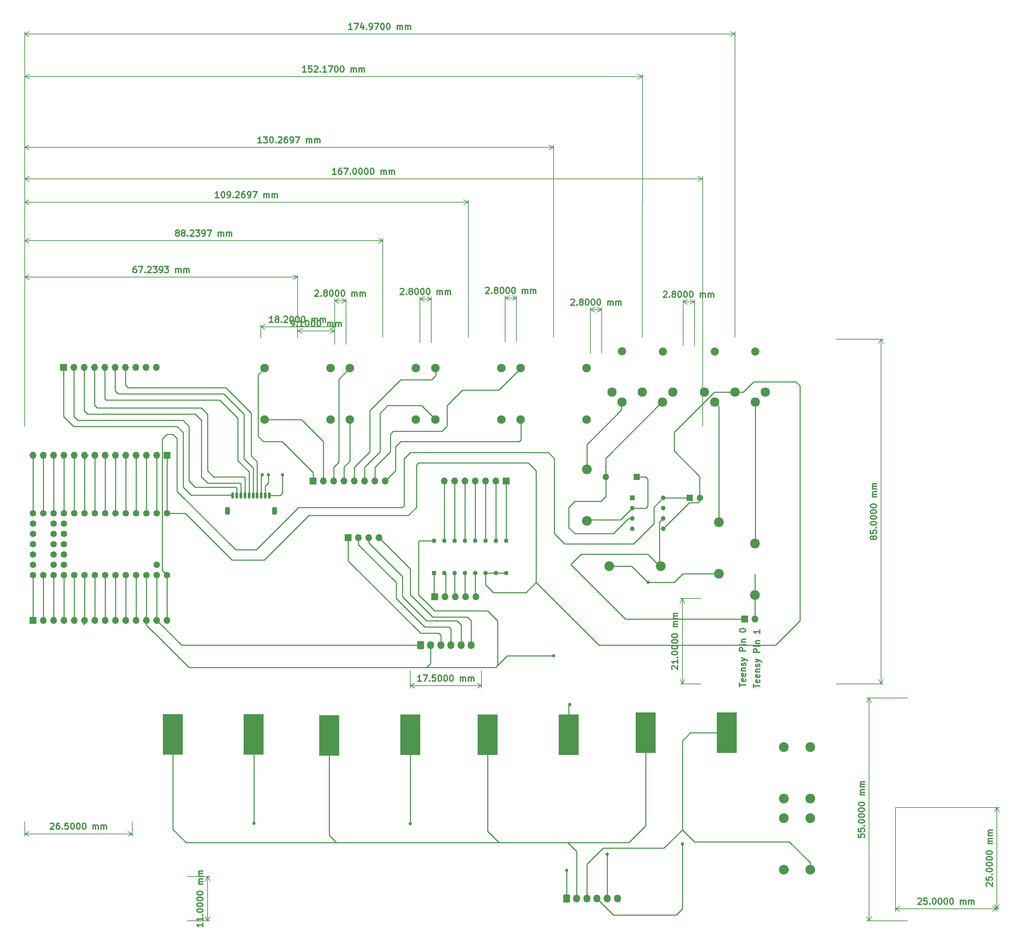
<source format=gbr>
%TF.GenerationSoftware,KiCad,Pcbnew,(6.0.4)*%
%TF.CreationDate,2022-07-25T16:23:06+02:00*%
%TF.ProjectId,MHS_Mobile_Hardware_Sampler_V3,4d48535f-4d6f-4626-996c-655f48617264,rev?*%
%TF.SameCoordinates,Original*%
%TF.FileFunction,Copper,L1,Top*%
%TF.FilePolarity,Positive*%
%FSLAX46Y46*%
G04 Gerber Fmt 4.6, Leading zero omitted, Abs format (unit mm)*
G04 Created by KiCad (PCBNEW (6.0.4)) date 2022-07-25 16:23:06*
%MOMM*%
%LPD*%
G01*
G04 APERTURE LIST*
G04 Aperture macros list*
%AMRoundRect*
0 Rectangle with rounded corners*
0 $1 Rounding radius*
0 $2 $3 $4 $5 $6 $7 $8 $9 X,Y pos of 4 corners*
0 Add a 4 corners polygon primitive as box body*
4,1,4,$2,$3,$4,$5,$6,$7,$8,$9,$2,$3,0*
0 Add four circle primitives for the rounded corners*
1,1,$1+$1,$2,$3*
1,1,$1+$1,$4,$5*
1,1,$1+$1,$6,$7*
1,1,$1+$1,$8,$9*
0 Add four rect primitives between the rounded corners*
20,1,$1+$1,$2,$3,$4,$5,0*
20,1,$1+$1,$4,$5,$6,$7,0*
20,1,$1+$1,$6,$7,$8,$9,0*
20,1,$1+$1,$8,$9,$2,$3,0*%
G04 Aperture macros list end*
%ADD10C,0.300000*%
%TA.AperFunction,NonConductor*%
%ADD11C,0.300000*%
%TD*%
%TA.AperFunction,NonConductor*%
%ADD12C,0.200000*%
%TD*%
%TA.AperFunction,SMDPad,CuDef*%
%ADD13R,5.000000X10.000000*%
%TD*%
%TA.AperFunction,ComponentPad*%
%ADD14C,1.600000*%
%TD*%
%TA.AperFunction,ComponentPad*%
%ADD15R,1.700000X1.700000*%
%TD*%
%TA.AperFunction,ComponentPad*%
%ADD16O,1.700000X1.700000*%
%TD*%
%TA.AperFunction,ComponentPad*%
%ADD17C,2.400000*%
%TD*%
%TA.AperFunction,ComponentPad*%
%ADD18O,2.400000X2.400000*%
%TD*%
%TA.AperFunction,ComponentPad*%
%ADD19R,1.160000X1.160000*%
%TD*%
%TA.AperFunction,ComponentPad*%
%ADD20C,1.160000*%
%TD*%
%TA.AperFunction,ComponentPad*%
%ADD21RoundRect,0.250000X-0.600000X-0.725000X0.600000X-0.725000X0.600000X0.725000X-0.600000X0.725000X0*%
%TD*%
%TA.AperFunction,ComponentPad*%
%ADD22O,1.700000X1.950000*%
%TD*%
%TA.AperFunction,SMDPad,CuDef*%
%ADD23RoundRect,0.150000X-0.150000X-0.625000X0.150000X-0.625000X0.150000X0.625000X-0.150000X0.625000X0*%
%TD*%
%TA.AperFunction,SMDPad,CuDef*%
%ADD24RoundRect,0.250000X-0.350000X-0.650000X0.350000X-0.650000X0.350000X0.650000X-0.350000X0.650000X0*%
%TD*%
%TA.AperFunction,ComponentPad*%
%ADD25C,2.000000*%
%TD*%
%TA.AperFunction,ComponentPad*%
%ADD26C,2.300000*%
%TD*%
%TA.AperFunction,ComponentPad*%
%ADD27C,2.100000*%
%TD*%
%TA.AperFunction,ComponentPad*%
%ADD28R,1.600000X1.600000*%
%TD*%
%TA.AperFunction,ComponentPad*%
%ADD29O,1.600000X1.600000*%
%TD*%
%TA.AperFunction,ComponentPad*%
%ADD30R,1.130000X1.130000*%
%TD*%
%TA.AperFunction,ComponentPad*%
%ADD31C,1.130000*%
%TD*%
%TA.AperFunction,ViaPad*%
%ADD32C,0.800000*%
%TD*%
%TA.AperFunction,Conductor*%
%ADD33C,0.250000*%
%TD*%
G04 APERTURE END LIST*
D10*
D11*
X193078571Y-103714285D02*
X193078571Y-102857142D01*
X194578571Y-103285714D02*
X193078571Y-103285714D01*
X194507142Y-101785714D02*
X194578571Y-101928571D01*
X194578571Y-102214285D01*
X194507142Y-102357142D01*
X194364285Y-102428571D01*
X193792857Y-102428571D01*
X193650000Y-102357142D01*
X193578571Y-102214285D01*
X193578571Y-101928571D01*
X193650000Y-101785714D01*
X193792857Y-101714285D01*
X193935714Y-101714285D01*
X194078571Y-102428571D01*
X194507142Y-100500000D02*
X194578571Y-100642857D01*
X194578571Y-100928571D01*
X194507142Y-101071428D01*
X194364285Y-101142857D01*
X193792857Y-101142857D01*
X193650000Y-101071428D01*
X193578571Y-100928571D01*
X193578571Y-100642857D01*
X193650000Y-100500000D01*
X193792857Y-100428571D01*
X193935714Y-100428571D01*
X194078571Y-101142857D01*
X193578571Y-99785714D02*
X194578571Y-99785714D01*
X193721428Y-99785714D02*
X193650000Y-99714285D01*
X193578571Y-99571428D01*
X193578571Y-99357142D01*
X193650000Y-99214285D01*
X193792857Y-99142857D01*
X194578571Y-99142857D01*
X194507142Y-98500000D02*
X194578571Y-98357142D01*
X194578571Y-98071428D01*
X194507142Y-97928571D01*
X194364285Y-97857142D01*
X194292857Y-97857142D01*
X194150000Y-97928571D01*
X194078571Y-98071428D01*
X194078571Y-98285714D01*
X194007142Y-98428571D01*
X193864285Y-98500000D01*
X193792857Y-98500000D01*
X193650000Y-98428571D01*
X193578571Y-98285714D01*
X193578571Y-98071428D01*
X193650000Y-97928571D01*
X193578571Y-97357142D02*
X194578571Y-97000000D01*
X193578571Y-96642857D02*
X194578571Y-97000000D01*
X194935714Y-97142857D01*
X195007142Y-97214285D01*
X195078571Y-97357142D01*
X194578571Y-94928571D02*
X193078571Y-94928571D01*
X193078571Y-94357142D01*
X193150000Y-94214285D01*
X193221428Y-94142857D01*
X193364285Y-94071428D01*
X193578571Y-94071428D01*
X193721428Y-94142857D01*
X193792857Y-94214285D01*
X193864285Y-94357142D01*
X193864285Y-94928571D01*
X194578571Y-93428571D02*
X193578571Y-93428571D01*
X193078571Y-93428571D02*
X193150000Y-93500000D01*
X193221428Y-93428571D01*
X193150000Y-93357142D01*
X193078571Y-93428571D01*
X193221428Y-93428571D01*
X193578571Y-92714285D02*
X194578571Y-92714285D01*
X193721428Y-92714285D02*
X193650000Y-92642857D01*
X193578571Y-92500000D01*
X193578571Y-92285714D01*
X193650000Y-92142857D01*
X193792857Y-92071428D01*
X194578571Y-92071428D01*
X193078571Y-89928571D02*
X193078571Y-89785714D01*
X193150000Y-89642857D01*
X193221428Y-89571428D01*
X193364285Y-89500000D01*
X193650000Y-89428571D01*
X194007142Y-89428571D01*
X194292857Y-89500000D01*
X194435714Y-89571428D01*
X194507142Y-89642857D01*
X194578571Y-89785714D01*
X194578571Y-89928571D01*
X194507142Y-90071428D01*
X194435714Y-90142857D01*
X194292857Y-90214285D01*
X194007142Y-90285714D01*
X193650000Y-90285714D01*
X193364285Y-90214285D01*
X193221428Y-90142857D01*
X193150000Y-90071428D01*
X193078571Y-89928571D01*
D10*
D11*
X196578571Y-104014285D02*
X196578571Y-103157142D01*
X198078571Y-103585714D02*
X196578571Y-103585714D01*
X198007142Y-102085714D02*
X198078571Y-102228571D01*
X198078571Y-102514285D01*
X198007142Y-102657142D01*
X197864285Y-102728571D01*
X197292857Y-102728571D01*
X197150000Y-102657142D01*
X197078571Y-102514285D01*
X197078571Y-102228571D01*
X197150000Y-102085714D01*
X197292857Y-102014285D01*
X197435714Y-102014285D01*
X197578571Y-102728571D01*
X198007142Y-100800000D02*
X198078571Y-100942857D01*
X198078571Y-101228571D01*
X198007142Y-101371428D01*
X197864285Y-101442857D01*
X197292857Y-101442857D01*
X197150000Y-101371428D01*
X197078571Y-101228571D01*
X197078571Y-100942857D01*
X197150000Y-100800000D01*
X197292857Y-100728571D01*
X197435714Y-100728571D01*
X197578571Y-101442857D01*
X197078571Y-100085714D02*
X198078571Y-100085714D01*
X197221428Y-100085714D02*
X197150000Y-100014285D01*
X197078571Y-99871428D01*
X197078571Y-99657142D01*
X197150000Y-99514285D01*
X197292857Y-99442857D01*
X198078571Y-99442857D01*
X198007142Y-98800000D02*
X198078571Y-98657142D01*
X198078571Y-98371428D01*
X198007142Y-98228571D01*
X197864285Y-98157142D01*
X197792857Y-98157142D01*
X197650000Y-98228571D01*
X197578571Y-98371428D01*
X197578571Y-98585714D01*
X197507142Y-98728571D01*
X197364285Y-98800000D01*
X197292857Y-98800000D01*
X197150000Y-98728571D01*
X197078571Y-98585714D01*
X197078571Y-98371428D01*
X197150000Y-98228571D01*
X197078571Y-97657142D02*
X198078571Y-97300000D01*
X197078571Y-96942857D02*
X198078571Y-97300000D01*
X198435714Y-97442857D01*
X198507142Y-97514285D01*
X198578571Y-97657142D01*
X198078571Y-95228571D02*
X196578571Y-95228571D01*
X196578571Y-94657142D01*
X196650000Y-94514285D01*
X196721428Y-94442857D01*
X196864285Y-94371428D01*
X197078571Y-94371428D01*
X197221428Y-94442857D01*
X197292857Y-94514285D01*
X197364285Y-94657142D01*
X197364285Y-95228571D01*
X198078571Y-93728571D02*
X197078571Y-93728571D01*
X196578571Y-93728571D02*
X196650000Y-93800000D01*
X196721428Y-93728571D01*
X196650000Y-93657142D01*
X196578571Y-93728571D01*
X196721428Y-93728571D01*
X197078571Y-93014285D02*
X198078571Y-93014285D01*
X197221428Y-93014285D02*
X197150000Y-92942857D01*
X197078571Y-92800000D01*
X197078571Y-92585714D01*
X197150000Y-92442857D01*
X197292857Y-92371428D01*
X198078571Y-92371428D01*
X198078571Y-89728571D02*
X198078571Y-90585714D01*
X198078571Y-90157142D02*
X196578571Y-90157142D01*
X196792857Y-90300000D01*
X196935714Y-90442857D01*
X197007142Y-90585714D01*
D10*
D11*
X237071428Y-156021428D02*
X237142857Y-155950000D01*
X237285714Y-155878571D01*
X237642857Y-155878571D01*
X237785714Y-155950000D01*
X237857142Y-156021428D01*
X237928571Y-156164285D01*
X237928571Y-156307142D01*
X237857142Y-156521428D01*
X237000000Y-157378571D01*
X237928571Y-157378571D01*
X239285714Y-155878571D02*
X238571428Y-155878571D01*
X238500000Y-156592857D01*
X238571428Y-156521428D01*
X238714285Y-156450000D01*
X239071428Y-156450000D01*
X239214285Y-156521428D01*
X239285714Y-156592857D01*
X239357142Y-156735714D01*
X239357142Y-157092857D01*
X239285714Y-157235714D01*
X239214285Y-157307142D01*
X239071428Y-157378571D01*
X238714285Y-157378571D01*
X238571428Y-157307142D01*
X238500000Y-157235714D01*
X240000000Y-157235714D02*
X240071428Y-157307142D01*
X240000000Y-157378571D01*
X239928571Y-157307142D01*
X240000000Y-157235714D01*
X240000000Y-157378571D01*
X241000000Y-155878571D02*
X241142857Y-155878571D01*
X241285714Y-155950000D01*
X241357142Y-156021428D01*
X241428571Y-156164285D01*
X241500000Y-156450000D01*
X241500000Y-156807142D01*
X241428571Y-157092857D01*
X241357142Y-157235714D01*
X241285714Y-157307142D01*
X241142857Y-157378571D01*
X241000000Y-157378571D01*
X240857142Y-157307142D01*
X240785714Y-157235714D01*
X240714285Y-157092857D01*
X240642857Y-156807142D01*
X240642857Y-156450000D01*
X240714285Y-156164285D01*
X240785714Y-156021428D01*
X240857142Y-155950000D01*
X241000000Y-155878571D01*
X242428571Y-155878571D02*
X242571428Y-155878571D01*
X242714285Y-155950000D01*
X242785714Y-156021428D01*
X242857142Y-156164285D01*
X242928571Y-156450000D01*
X242928571Y-156807142D01*
X242857142Y-157092857D01*
X242785714Y-157235714D01*
X242714285Y-157307142D01*
X242571428Y-157378571D01*
X242428571Y-157378571D01*
X242285714Y-157307142D01*
X242214285Y-157235714D01*
X242142857Y-157092857D01*
X242071428Y-156807142D01*
X242071428Y-156450000D01*
X242142857Y-156164285D01*
X242214285Y-156021428D01*
X242285714Y-155950000D01*
X242428571Y-155878571D01*
X243857142Y-155878571D02*
X244000000Y-155878571D01*
X244142857Y-155950000D01*
X244214285Y-156021428D01*
X244285714Y-156164285D01*
X244357142Y-156450000D01*
X244357142Y-156807142D01*
X244285714Y-157092857D01*
X244214285Y-157235714D01*
X244142857Y-157307142D01*
X244000000Y-157378571D01*
X243857142Y-157378571D01*
X243714285Y-157307142D01*
X243642857Y-157235714D01*
X243571428Y-157092857D01*
X243500000Y-156807142D01*
X243500000Y-156450000D01*
X243571428Y-156164285D01*
X243642857Y-156021428D01*
X243714285Y-155950000D01*
X243857142Y-155878571D01*
X245285714Y-155878571D02*
X245428571Y-155878571D01*
X245571428Y-155950000D01*
X245642857Y-156021428D01*
X245714285Y-156164285D01*
X245785714Y-156450000D01*
X245785714Y-156807142D01*
X245714285Y-157092857D01*
X245642857Y-157235714D01*
X245571428Y-157307142D01*
X245428571Y-157378571D01*
X245285714Y-157378571D01*
X245142857Y-157307142D01*
X245071428Y-157235714D01*
X245000000Y-157092857D01*
X244928571Y-156807142D01*
X244928571Y-156450000D01*
X245000000Y-156164285D01*
X245071428Y-156021428D01*
X245142857Y-155950000D01*
X245285714Y-155878571D01*
X247571428Y-157378571D02*
X247571428Y-156378571D01*
X247571428Y-156521428D02*
X247642857Y-156450000D01*
X247785714Y-156378571D01*
X248000000Y-156378571D01*
X248142857Y-156450000D01*
X248214285Y-156592857D01*
X248214285Y-157378571D01*
X248214285Y-156592857D02*
X248285714Y-156450000D01*
X248428571Y-156378571D01*
X248642857Y-156378571D01*
X248785714Y-156450000D01*
X248857142Y-156592857D01*
X248857142Y-157378571D01*
X249571428Y-157378571D02*
X249571428Y-156378571D01*
X249571428Y-156521428D02*
X249642857Y-156450000D01*
X249785714Y-156378571D01*
X250000000Y-156378571D01*
X250142857Y-156450000D01*
X250214285Y-156592857D01*
X250214285Y-157378571D01*
X250214285Y-156592857D02*
X250285714Y-156450000D01*
X250428571Y-156378571D01*
X250642857Y-156378571D01*
X250785714Y-156450000D01*
X250857142Y-156592857D01*
X250857142Y-157378571D01*
D12*
X231500000Y-133500000D02*
X231500000Y-159086420D01*
X256500000Y-133500000D02*
X256500000Y-159086420D01*
X231500000Y-158500000D02*
X256500000Y-158500000D01*
X231500000Y-158500000D02*
X256500000Y-158500000D01*
X231500000Y-158500000D02*
X232626504Y-159086421D01*
X231500000Y-158500000D02*
X232626504Y-157913579D01*
X256500000Y-158500000D02*
X255373496Y-157913579D01*
X256500000Y-158500000D02*
X255373496Y-159086421D01*
D10*
D11*
X222378571Y-140142857D02*
X222378571Y-140857142D01*
X223092857Y-140928571D01*
X223021428Y-140857142D01*
X222950000Y-140714285D01*
X222950000Y-140357142D01*
X223021428Y-140214285D01*
X223092857Y-140142857D01*
X223235714Y-140071428D01*
X223592857Y-140071428D01*
X223735714Y-140142857D01*
X223807142Y-140214285D01*
X223878571Y-140357142D01*
X223878571Y-140714285D01*
X223807142Y-140857142D01*
X223735714Y-140928571D01*
X222378571Y-138714285D02*
X222378571Y-139428571D01*
X223092857Y-139500000D01*
X223021428Y-139428571D01*
X222950000Y-139285714D01*
X222950000Y-138928571D01*
X223021428Y-138785714D01*
X223092857Y-138714285D01*
X223235714Y-138642857D01*
X223592857Y-138642857D01*
X223735714Y-138714285D01*
X223807142Y-138785714D01*
X223878571Y-138928571D01*
X223878571Y-139285714D01*
X223807142Y-139428571D01*
X223735714Y-139500000D01*
X223735714Y-138000000D02*
X223807142Y-137928571D01*
X223878571Y-138000000D01*
X223807142Y-138071428D01*
X223735714Y-138000000D01*
X223878571Y-138000000D01*
X222378571Y-137000000D02*
X222378571Y-136857142D01*
X222450000Y-136714285D01*
X222521428Y-136642857D01*
X222664285Y-136571428D01*
X222950000Y-136500000D01*
X223307142Y-136500000D01*
X223592857Y-136571428D01*
X223735714Y-136642857D01*
X223807142Y-136714285D01*
X223878571Y-136857142D01*
X223878571Y-137000000D01*
X223807142Y-137142857D01*
X223735714Y-137214285D01*
X223592857Y-137285714D01*
X223307142Y-137357142D01*
X222950000Y-137357142D01*
X222664285Y-137285714D01*
X222521428Y-137214285D01*
X222450000Y-137142857D01*
X222378571Y-137000000D01*
X222378571Y-135571428D02*
X222378571Y-135428571D01*
X222450000Y-135285714D01*
X222521428Y-135214285D01*
X222664285Y-135142857D01*
X222950000Y-135071428D01*
X223307142Y-135071428D01*
X223592857Y-135142857D01*
X223735714Y-135214285D01*
X223807142Y-135285714D01*
X223878571Y-135428571D01*
X223878571Y-135571428D01*
X223807142Y-135714285D01*
X223735714Y-135785714D01*
X223592857Y-135857142D01*
X223307142Y-135928571D01*
X222950000Y-135928571D01*
X222664285Y-135857142D01*
X222521428Y-135785714D01*
X222450000Y-135714285D01*
X222378571Y-135571428D01*
X222378571Y-134142857D02*
X222378571Y-134000000D01*
X222450000Y-133857142D01*
X222521428Y-133785714D01*
X222664285Y-133714285D01*
X222950000Y-133642857D01*
X223307142Y-133642857D01*
X223592857Y-133714285D01*
X223735714Y-133785714D01*
X223807142Y-133857142D01*
X223878571Y-134000000D01*
X223878571Y-134142857D01*
X223807142Y-134285714D01*
X223735714Y-134357142D01*
X223592857Y-134428571D01*
X223307142Y-134500000D01*
X222950000Y-134500000D01*
X222664285Y-134428571D01*
X222521428Y-134357142D01*
X222450000Y-134285714D01*
X222378571Y-134142857D01*
X222378571Y-132714285D02*
X222378571Y-132571428D01*
X222450000Y-132428571D01*
X222521428Y-132357142D01*
X222664285Y-132285714D01*
X222950000Y-132214285D01*
X223307142Y-132214285D01*
X223592857Y-132285714D01*
X223735714Y-132357142D01*
X223807142Y-132428571D01*
X223878571Y-132571428D01*
X223878571Y-132714285D01*
X223807142Y-132857142D01*
X223735714Y-132928571D01*
X223592857Y-133000000D01*
X223307142Y-133071428D01*
X222950000Y-133071428D01*
X222664285Y-133000000D01*
X222521428Y-132928571D01*
X222450000Y-132857142D01*
X222378571Y-132714285D01*
X223878571Y-130428571D02*
X222878571Y-130428571D01*
X223021428Y-130428571D02*
X222950000Y-130357142D01*
X222878571Y-130214285D01*
X222878571Y-130000000D01*
X222950000Y-129857142D01*
X223092857Y-129785714D01*
X223878571Y-129785714D01*
X223092857Y-129785714D02*
X222950000Y-129714285D01*
X222878571Y-129571428D01*
X222878571Y-129357142D01*
X222950000Y-129214285D01*
X223092857Y-129142857D01*
X223878571Y-129142857D01*
X223878571Y-128428571D02*
X222878571Y-128428571D01*
X223021428Y-128428571D02*
X222950000Y-128357142D01*
X222878571Y-128214285D01*
X222878571Y-128000000D01*
X222950000Y-127857142D01*
X223092857Y-127785714D01*
X223878571Y-127785714D01*
X223092857Y-127785714D02*
X222950000Y-127714285D01*
X222878571Y-127571428D01*
X222878571Y-127357142D01*
X222950000Y-127214285D01*
X223092857Y-127142857D01*
X223878571Y-127142857D01*
D12*
X234500000Y-106500000D02*
X224413580Y-106500000D01*
X234500000Y-161500000D02*
X224413580Y-161500000D01*
X225000000Y-106500000D02*
X225000000Y-161500000D01*
X225000000Y-106500000D02*
X225000000Y-161500000D01*
X225000000Y-106500000D02*
X224413579Y-107626504D01*
X225000000Y-106500000D02*
X225586421Y-107626504D01*
X225000000Y-161500000D02*
X225586421Y-160373496D01*
X225000000Y-161500000D02*
X224413579Y-160373496D01*
D10*
D11*
X130555714Y-5376428D02*
X130627142Y-5305000D01*
X130770000Y-5233571D01*
X131127142Y-5233571D01*
X131270000Y-5305000D01*
X131341428Y-5376428D01*
X131412857Y-5519285D01*
X131412857Y-5662142D01*
X131341428Y-5876428D01*
X130484285Y-6733571D01*
X131412857Y-6733571D01*
X132055714Y-6590714D02*
X132127142Y-6662142D01*
X132055714Y-6733571D01*
X131984285Y-6662142D01*
X132055714Y-6590714D01*
X132055714Y-6733571D01*
X132984285Y-5876428D02*
X132841428Y-5805000D01*
X132770000Y-5733571D01*
X132698571Y-5590714D01*
X132698571Y-5519285D01*
X132770000Y-5376428D01*
X132841428Y-5305000D01*
X132984285Y-5233571D01*
X133270000Y-5233571D01*
X133412857Y-5305000D01*
X133484285Y-5376428D01*
X133555714Y-5519285D01*
X133555714Y-5590714D01*
X133484285Y-5733571D01*
X133412857Y-5805000D01*
X133270000Y-5876428D01*
X132984285Y-5876428D01*
X132841428Y-5947857D01*
X132770000Y-6019285D01*
X132698571Y-6162142D01*
X132698571Y-6447857D01*
X132770000Y-6590714D01*
X132841428Y-6662142D01*
X132984285Y-6733571D01*
X133270000Y-6733571D01*
X133412857Y-6662142D01*
X133484285Y-6590714D01*
X133555714Y-6447857D01*
X133555714Y-6162142D01*
X133484285Y-6019285D01*
X133412857Y-5947857D01*
X133270000Y-5876428D01*
X134484285Y-5233571D02*
X134627142Y-5233571D01*
X134770000Y-5305000D01*
X134841428Y-5376428D01*
X134912857Y-5519285D01*
X134984285Y-5805000D01*
X134984285Y-6162142D01*
X134912857Y-6447857D01*
X134841428Y-6590714D01*
X134770000Y-6662142D01*
X134627142Y-6733571D01*
X134484285Y-6733571D01*
X134341428Y-6662142D01*
X134270000Y-6590714D01*
X134198571Y-6447857D01*
X134127142Y-6162142D01*
X134127142Y-5805000D01*
X134198571Y-5519285D01*
X134270000Y-5376428D01*
X134341428Y-5305000D01*
X134484285Y-5233571D01*
X135912857Y-5233571D02*
X136055714Y-5233571D01*
X136198571Y-5305000D01*
X136270000Y-5376428D01*
X136341428Y-5519285D01*
X136412857Y-5805000D01*
X136412857Y-6162142D01*
X136341428Y-6447857D01*
X136270000Y-6590714D01*
X136198571Y-6662142D01*
X136055714Y-6733571D01*
X135912857Y-6733571D01*
X135770000Y-6662142D01*
X135698571Y-6590714D01*
X135627142Y-6447857D01*
X135555714Y-6162142D01*
X135555714Y-5805000D01*
X135627142Y-5519285D01*
X135698571Y-5376428D01*
X135770000Y-5305000D01*
X135912857Y-5233571D01*
X137341428Y-5233571D02*
X137484285Y-5233571D01*
X137627142Y-5305000D01*
X137698571Y-5376428D01*
X137770000Y-5519285D01*
X137841428Y-5805000D01*
X137841428Y-6162142D01*
X137770000Y-6447857D01*
X137698571Y-6590714D01*
X137627142Y-6662142D01*
X137484285Y-6733571D01*
X137341428Y-6733571D01*
X137198571Y-6662142D01*
X137127142Y-6590714D01*
X137055714Y-6447857D01*
X136984285Y-6162142D01*
X136984285Y-5805000D01*
X137055714Y-5519285D01*
X137127142Y-5376428D01*
X137198571Y-5305000D01*
X137341428Y-5233571D01*
X139627142Y-6733571D02*
X139627142Y-5733571D01*
X139627142Y-5876428D02*
X139698571Y-5805000D01*
X139841428Y-5733571D01*
X140055714Y-5733571D01*
X140198571Y-5805000D01*
X140270000Y-5947857D01*
X140270000Y-6733571D01*
X140270000Y-5947857D02*
X140341428Y-5805000D01*
X140484285Y-5733571D01*
X140698571Y-5733571D01*
X140841428Y-5805000D01*
X140912857Y-5947857D01*
X140912857Y-6733571D01*
X141627142Y-6733571D02*
X141627142Y-5733571D01*
X141627142Y-5876428D02*
X141698571Y-5805000D01*
X141841428Y-5733571D01*
X142055714Y-5733571D01*
X142198571Y-5805000D01*
X142270000Y-5947857D01*
X142270000Y-6733571D01*
X142270000Y-5947857D02*
X142341428Y-5805000D01*
X142484285Y-5733571D01*
X142698571Y-5733571D01*
X142841428Y-5805000D01*
X142912857Y-5947857D01*
X142912857Y-6733571D01*
D12*
X135370000Y-18590000D02*
X135370000Y-7268580D01*
X138170000Y-18590000D02*
X138170000Y-7268580D01*
X135370000Y-7855000D02*
X138170000Y-7855000D01*
X135370000Y-7855000D02*
X138170000Y-7855000D01*
X135370000Y-7855000D02*
X136496504Y-8441421D01*
X135370000Y-7855000D02*
X136496504Y-7268579D01*
X138170000Y-7855000D02*
X137043496Y-7268579D01*
X138170000Y-7855000D02*
X137043496Y-8441421D01*
D10*
D11*
X86319848Y47849945D02*
X85462705Y47850213D01*
X85891276Y47850079D02*
X85891745Y49350079D01*
X85748821Y49135838D01*
X85605919Y48993025D01*
X85463039Y48921641D01*
X87677459Y49349522D02*
X86963173Y49349745D01*
X86891522Y48635481D01*
X86962972Y48706887D01*
X87105852Y48778271D01*
X87462995Y48778160D01*
X87605830Y48706687D01*
X87677236Y48635236D01*
X87748620Y48492356D01*
X87748508Y48135214D01*
X87677035Y47992379D01*
X87605584Y47920973D01*
X87462705Y47849589D01*
X87105562Y47849700D01*
X86962727Y47921173D01*
X86891321Y47992624D01*
X88320271Y49206464D02*
X88391722Y49277870D01*
X88534602Y49349254D01*
X88891744Y49349143D01*
X89034579Y49277669D01*
X89105986Y49206218D01*
X89177369Y49063339D01*
X89177325Y48920482D01*
X89105829Y48706219D01*
X88248419Y47849343D01*
X89176990Y47849053D01*
X89819892Y47991710D02*
X89891298Y47920259D01*
X89819848Y47848853D01*
X89748441Y47920304D01*
X89819892Y47991710D01*
X89819848Y47848853D01*
X91319847Y47848385D02*
X90462705Y47848652D01*
X90891276Y47848518D02*
X90891744Y49348518D01*
X90748820Y49134277D01*
X90605919Y48991465D01*
X90463039Y48920081D01*
X91820316Y49348228D02*
X92820316Y49347916D01*
X92176990Y47848117D01*
X93677458Y49347649D02*
X93820316Y49347604D01*
X93963150Y49276131D01*
X94034557Y49204680D01*
X94105941Y49061801D01*
X94177280Y48776064D01*
X94177169Y48418921D01*
X94105651Y48133229D01*
X94034178Y47990394D01*
X93962727Y47918988D01*
X93819847Y47847604D01*
X93676990Y47847649D01*
X93534155Y47919122D01*
X93462749Y47990573D01*
X93391365Y48133452D01*
X93320026Y48419189D01*
X93320137Y48776332D01*
X93391655Y49062024D01*
X93463128Y49204858D01*
X93534579Y49276265D01*
X93677458Y49347649D01*
X95106030Y49347203D02*
X95248887Y49347158D01*
X95391722Y49275685D01*
X95463128Y49204234D01*
X95534512Y49061355D01*
X95605851Y48775618D01*
X95605740Y48418475D01*
X95534222Y48132783D01*
X95462749Y47989948D01*
X95391298Y47918542D01*
X95248419Y47847158D01*
X95105562Y47847203D01*
X94962727Y47918676D01*
X94891320Y47990127D01*
X94819937Y48133006D01*
X94748597Y48418743D01*
X94748709Y48775886D01*
X94820226Y49061578D01*
X94891700Y49204412D01*
X94963150Y49275819D01*
X95106030Y49347203D01*
X97391276Y47846489D02*
X97391588Y48846489D01*
X97391543Y48703632D02*
X97462994Y48775038D01*
X97605874Y48846422D01*
X97820159Y48846355D01*
X97962994Y48774882D01*
X98034378Y48632003D01*
X98034133Y47846289D01*
X98034378Y48632003D02*
X98105851Y48774838D01*
X98248731Y48846222D01*
X98463016Y48846155D01*
X98605851Y48774682D01*
X98677235Y48631802D01*
X98676990Y47846088D01*
X99391276Y47845865D02*
X99391588Y48845865D01*
X99391543Y48703008D02*
X99462994Y48774414D01*
X99605874Y48845798D01*
X99820159Y48845731D01*
X99962994Y48774258D01*
X100034378Y48631379D01*
X100034133Y47845664D01*
X100034378Y48631379D02*
X100105851Y48774213D01*
X100248731Y48845597D01*
X100463016Y48845531D01*
X100605851Y48774057D01*
X100677235Y48631178D01*
X100676990Y47845464D01*
D12*
X169170156Y-17547500D02*
X169190395Y47289069D01*
X17000156Y-17500000D02*
X17020395Y47336569D01*
X169190212Y46702649D02*
X17020212Y46750149D01*
X169190212Y46702649D02*
X17020212Y46750149D01*
X169190212Y46702649D02*
X168063891Y47289421D01*
X169190212Y46702649D02*
X168063525Y46116580D01*
X17020212Y46750149D02*
X18146533Y46163377D01*
X17020212Y46750149D02*
X18146899Y47336218D01*
D10*
D11*
X60878571Y-162071428D02*
X60878571Y-162928571D01*
X60878571Y-162500000D02*
X59378571Y-162500000D01*
X59592857Y-162642857D01*
X59735714Y-162785714D01*
X59807142Y-162928571D01*
X60878571Y-160642857D02*
X60878571Y-161500000D01*
X60878571Y-161071428D02*
X59378571Y-161071428D01*
X59592857Y-161214285D01*
X59735714Y-161357142D01*
X59807142Y-161500000D01*
X60735714Y-160000000D02*
X60807142Y-159928571D01*
X60878571Y-160000000D01*
X60807142Y-160071428D01*
X60735714Y-160000000D01*
X60878571Y-160000000D01*
X59378571Y-159000000D02*
X59378571Y-158857142D01*
X59450000Y-158714285D01*
X59521428Y-158642857D01*
X59664285Y-158571428D01*
X59950000Y-158500000D01*
X60307142Y-158500000D01*
X60592857Y-158571428D01*
X60735714Y-158642857D01*
X60807142Y-158714285D01*
X60878571Y-158857142D01*
X60878571Y-159000000D01*
X60807142Y-159142857D01*
X60735714Y-159214285D01*
X60592857Y-159285714D01*
X60307142Y-159357142D01*
X59950000Y-159357142D01*
X59664285Y-159285714D01*
X59521428Y-159214285D01*
X59450000Y-159142857D01*
X59378571Y-159000000D01*
X59378571Y-157571428D02*
X59378571Y-157428571D01*
X59450000Y-157285714D01*
X59521428Y-157214285D01*
X59664285Y-157142857D01*
X59950000Y-157071428D01*
X60307142Y-157071428D01*
X60592857Y-157142857D01*
X60735714Y-157214285D01*
X60807142Y-157285714D01*
X60878571Y-157428571D01*
X60878571Y-157571428D01*
X60807142Y-157714285D01*
X60735714Y-157785714D01*
X60592857Y-157857142D01*
X60307142Y-157928571D01*
X59950000Y-157928571D01*
X59664285Y-157857142D01*
X59521428Y-157785714D01*
X59450000Y-157714285D01*
X59378571Y-157571428D01*
X59378571Y-156142857D02*
X59378571Y-156000000D01*
X59450000Y-155857142D01*
X59521428Y-155785714D01*
X59664285Y-155714285D01*
X59950000Y-155642857D01*
X60307142Y-155642857D01*
X60592857Y-155714285D01*
X60735714Y-155785714D01*
X60807142Y-155857142D01*
X60878571Y-156000000D01*
X60878571Y-156142857D01*
X60807142Y-156285714D01*
X60735714Y-156357142D01*
X60592857Y-156428571D01*
X60307142Y-156500000D01*
X59950000Y-156500000D01*
X59664285Y-156428571D01*
X59521428Y-156357142D01*
X59450000Y-156285714D01*
X59378571Y-156142857D01*
X59378571Y-154714285D02*
X59378571Y-154571428D01*
X59450000Y-154428571D01*
X59521428Y-154357142D01*
X59664285Y-154285714D01*
X59950000Y-154214285D01*
X60307142Y-154214285D01*
X60592857Y-154285714D01*
X60735714Y-154357142D01*
X60807142Y-154428571D01*
X60878571Y-154571428D01*
X60878571Y-154714285D01*
X60807142Y-154857142D01*
X60735714Y-154928571D01*
X60592857Y-155000000D01*
X60307142Y-155071428D01*
X59950000Y-155071428D01*
X59664285Y-155000000D01*
X59521428Y-154928571D01*
X59450000Y-154857142D01*
X59378571Y-154714285D01*
X60878571Y-152428571D02*
X59878571Y-152428571D01*
X60021428Y-152428571D02*
X59950000Y-152357142D01*
X59878571Y-152214285D01*
X59878571Y-152000000D01*
X59950000Y-151857142D01*
X60092857Y-151785714D01*
X60878571Y-151785714D01*
X60092857Y-151785714D02*
X59950000Y-151714285D01*
X59878571Y-151571428D01*
X59878571Y-151357142D01*
X59950000Y-151214285D01*
X60092857Y-151142857D01*
X60878571Y-151142857D01*
X60878571Y-150428571D02*
X59878571Y-150428571D01*
X60021428Y-150428571D02*
X59950000Y-150357142D01*
X59878571Y-150214285D01*
X59878571Y-150000000D01*
X59950000Y-149857142D01*
X60092857Y-149785714D01*
X60878571Y-149785714D01*
X60092857Y-149785714D02*
X59950000Y-149714285D01*
X59878571Y-149571428D01*
X59878571Y-149357142D01*
X59950000Y-149214285D01*
X60092857Y-149142857D01*
X60878571Y-149142857D01*
D12*
X57000000Y-150500000D02*
X62586420Y-150500000D01*
X57000000Y-161500000D02*
X62586420Y-161500000D01*
X62000000Y-150500000D02*
X62000000Y-161500000D01*
X62000000Y-150500000D02*
X62000000Y-161500000D01*
X62000000Y-150500000D02*
X61413579Y-151626504D01*
X62000000Y-150500000D02*
X62586421Y-151626504D01*
X62000000Y-161500000D02*
X62586421Y-160373496D01*
X62000000Y-161500000D02*
X61413579Y-160373496D01*
D10*
D11*
X44405384Y-128572D02*
X44119670Y-128572D01*
X43976812Y-200001D01*
X43905384Y-271429D01*
X43762527Y-485715D01*
X43691098Y-771429D01*
X43691098Y-1342858D01*
X43762527Y-1485715D01*
X43833955Y-1557143D01*
X43976812Y-1628572D01*
X44262527Y-1628572D01*
X44405384Y-1557143D01*
X44476812Y-1485715D01*
X44548241Y-1342858D01*
X44548241Y-985715D01*
X44476812Y-842858D01*
X44405384Y-771429D01*
X44262527Y-700001D01*
X43976812Y-700001D01*
X43833955Y-771429D01*
X43762527Y-842858D01*
X43691098Y-985715D01*
X45048241Y-128572D02*
X46048241Y-128572D01*
X45405384Y-1628572D01*
X46619670Y-1485715D02*
X46691098Y-1557143D01*
X46619670Y-1628572D01*
X46548241Y-1557143D01*
X46619670Y-1485715D01*
X46619670Y-1628572D01*
X47262527Y-271429D02*
X47333955Y-200001D01*
X47476812Y-128572D01*
X47833955Y-128572D01*
X47976812Y-200001D01*
X48048241Y-271429D01*
X48119670Y-414286D01*
X48119670Y-557143D01*
X48048241Y-771429D01*
X47191098Y-1628572D01*
X48119670Y-1628572D01*
X48619670Y-128572D02*
X49548241Y-128572D01*
X49048241Y-700001D01*
X49262527Y-700001D01*
X49405384Y-771429D01*
X49476812Y-842858D01*
X49548241Y-985715D01*
X49548241Y-1342858D01*
X49476812Y-1485715D01*
X49405384Y-1557143D01*
X49262527Y-1628572D01*
X48833955Y-1628572D01*
X48691098Y-1557143D01*
X48619670Y-1485715D01*
X50262527Y-1628572D02*
X50548241Y-1628572D01*
X50691098Y-1557143D01*
X50762527Y-1485715D01*
X50905384Y-1271429D01*
X50976812Y-985715D01*
X50976812Y-414286D01*
X50905384Y-271429D01*
X50833955Y-200001D01*
X50691098Y-128572D01*
X50405384Y-128572D01*
X50262527Y-200001D01*
X50191098Y-271429D01*
X50119670Y-414286D01*
X50119670Y-771429D01*
X50191098Y-914286D01*
X50262527Y-985715D01*
X50405384Y-1057143D01*
X50691098Y-1057143D01*
X50833955Y-985715D01*
X50905384Y-914286D01*
X50976812Y-771429D01*
X51476812Y-128572D02*
X52405384Y-128572D01*
X51905384Y-700001D01*
X52119670Y-700001D01*
X52262527Y-771429D01*
X52333955Y-842858D01*
X52405384Y-985715D01*
X52405384Y-1342858D01*
X52333955Y-1485715D01*
X52262527Y-1557143D01*
X52119670Y-1628572D01*
X51691098Y-1628572D01*
X51548241Y-1557143D01*
X51476812Y-1485715D01*
X54191098Y-1628572D02*
X54191098Y-628572D01*
X54191098Y-771429D02*
X54262527Y-700001D01*
X54405384Y-628572D01*
X54619669Y-628572D01*
X54762527Y-700001D01*
X54833955Y-842858D01*
X54833955Y-1628572D01*
X54833955Y-842858D02*
X54905384Y-700001D01*
X55048241Y-628572D01*
X55262527Y-628572D01*
X55405384Y-700001D01*
X55476812Y-842858D01*
X55476812Y-1628572D01*
X56191098Y-1628572D02*
X56191098Y-628572D01*
X56191098Y-771429D02*
X56262527Y-700001D01*
X56405384Y-628572D01*
X56619669Y-628572D01*
X56762527Y-700001D01*
X56833955Y-842858D01*
X56833955Y-1628572D01*
X56833955Y-842858D02*
X56905384Y-700001D01*
X57048241Y-628572D01*
X57262527Y-628572D01*
X57405384Y-700001D01*
X57476812Y-842858D01*
X57476812Y-1628572D01*
D12*
X84239340Y-17500000D02*
X84239340Y-2163581D01*
X17000000Y-17500000D02*
X17000000Y-2163581D01*
X84239340Y-2750001D02*
X17000000Y-2750001D01*
X84239340Y-2750001D02*
X17000000Y-2750001D01*
X84239340Y-2750001D02*
X83112836Y-2163580D01*
X84239340Y-2750001D02*
X83112836Y-3336422D01*
X17000000Y-2750001D02*
X18126504Y-3336422D01*
X17000000Y-2750001D02*
X18126504Y-2163580D01*
D10*
D11*
X75349120Y30371428D02*
X74491977Y30371428D01*
X74920549Y30371428D02*
X74920549Y31871428D01*
X74777692Y31657142D01*
X74634835Y31514285D01*
X74491977Y31442857D01*
X75849120Y31871428D02*
X76777692Y31871428D01*
X76277692Y31300000D01*
X76491977Y31300000D01*
X76634835Y31228571D01*
X76706263Y31157142D01*
X76777692Y31014285D01*
X76777692Y30657142D01*
X76706263Y30514285D01*
X76634835Y30442857D01*
X76491977Y30371428D01*
X76063406Y30371428D01*
X75920549Y30442857D01*
X75849120Y30514285D01*
X77706263Y31871428D02*
X77849120Y31871428D01*
X77991977Y31800000D01*
X78063406Y31728571D01*
X78134835Y31585714D01*
X78206263Y31300000D01*
X78206263Y30942857D01*
X78134835Y30657142D01*
X78063406Y30514285D01*
X77991977Y30442857D01*
X77849120Y30371428D01*
X77706263Y30371428D01*
X77563406Y30442857D01*
X77491977Y30514285D01*
X77420549Y30657142D01*
X77349120Y30942857D01*
X77349120Y31300000D01*
X77420549Y31585714D01*
X77491977Y31728571D01*
X77563406Y31800000D01*
X77706263Y31871428D01*
X78849120Y30514285D02*
X78920549Y30442857D01*
X78849120Y30371428D01*
X78777692Y30442857D01*
X78849120Y30514285D01*
X78849120Y30371428D01*
X79491977Y31728571D02*
X79563406Y31800000D01*
X79706263Y31871428D01*
X80063406Y31871428D01*
X80206263Y31800000D01*
X80277692Y31728571D01*
X80349120Y31585714D01*
X80349120Y31442857D01*
X80277692Y31228571D01*
X79420549Y30371428D01*
X80349120Y30371428D01*
X81634835Y31871428D02*
X81349120Y31871428D01*
X81206263Y31800000D01*
X81134835Y31728571D01*
X80991977Y31514285D01*
X80920549Y31228571D01*
X80920549Y30657142D01*
X80991977Y30514285D01*
X81063406Y30442857D01*
X81206263Y30371428D01*
X81491977Y30371428D01*
X81634835Y30442857D01*
X81706263Y30514285D01*
X81777692Y30657142D01*
X81777692Y31014285D01*
X81706263Y31157142D01*
X81634835Y31228571D01*
X81491977Y31300000D01*
X81206263Y31300000D01*
X81063406Y31228571D01*
X80991977Y31157142D01*
X80920549Y31014285D01*
X82491977Y30371428D02*
X82777692Y30371428D01*
X82920549Y30442857D01*
X82991977Y30514285D01*
X83134835Y30728571D01*
X83206263Y31014285D01*
X83206263Y31585714D01*
X83134835Y31728571D01*
X83063406Y31800000D01*
X82920549Y31871428D01*
X82634835Y31871428D01*
X82491977Y31800000D01*
X82420549Y31728571D01*
X82349120Y31585714D01*
X82349120Y31228571D01*
X82420549Y31085714D01*
X82491977Y31014285D01*
X82634835Y30942857D01*
X82920549Y30942857D01*
X83063406Y31014285D01*
X83134835Y31085714D01*
X83206263Y31228571D01*
X83706263Y31871428D02*
X84706263Y31871428D01*
X84063406Y30371428D01*
X86420549Y30371428D02*
X86420549Y31371428D01*
X86420549Y31228571D02*
X86491977Y31300000D01*
X86634835Y31371428D01*
X86849120Y31371428D01*
X86991977Y31300000D01*
X87063406Y31157142D01*
X87063406Y30371428D01*
X87063406Y31157142D02*
X87134835Y31300000D01*
X87277692Y31371428D01*
X87491977Y31371428D01*
X87634835Y31300000D01*
X87706263Y31157142D01*
X87706263Y30371428D01*
X88420549Y30371428D02*
X88420549Y31371428D01*
X88420549Y31228571D02*
X88491977Y31300000D01*
X88634835Y31371428D01*
X88849120Y31371428D01*
X88991977Y31300000D01*
X89063406Y31157142D01*
X89063406Y30371428D01*
X89063406Y31157142D02*
X89134835Y31300000D01*
X89277692Y31371428D01*
X89491977Y31371428D01*
X89634835Y31300000D01*
X89706263Y31157142D01*
X89706263Y30371428D01*
D12*
X147269670Y-17500000D02*
X147269670Y29836420D01*
X17000000Y-17500000D02*
X17000000Y29836420D01*
X147269670Y29250000D02*
X17000000Y29250000D01*
X147269670Y29250000D02*
X17000000Y29250000D01*
X147269670Y29250000D02*
X146143166Y29836421D01*
X147269670Y29250000D02*
X146143166Y28663579D01*
X17000000Y29250000D02*
X18126504Y28663579D01*
X17000000Y29250000D02*
X18126504Y29836421D01*
D10*
D11*
X88525714Y-6061428D02*
X88597142Y-5990000D01*
X88740000Y-5918571D01*
X89097142Y-5918571D01*
X89240000Y-5990000D01*
X89311428Y-6061428D01*
X89382857Y-6204285D01*
X89382857Y-6347142D01*
X89311428Y-6561428D01*
X88454285Y-7418571D01*
X89382857Y-7418571D01*
X90025714Y-7275714D02*
X90097142Y-7347142D01*
X90025714Y-7418571D01*
X89954285Y-7347142D01*
X90025714Y-7275714D01*
X90025714Y-7418571D01*
X90954285Y-6561428D02*
X90811428Y-6490000D01*
X90740000Y-6418571D01*
X90668571Y-6275714D01*
X90668571Y-6204285D01*
X90740000Y-6061428D01*
X90811428Y-5990000D01*
X90954285Y-5918571D01*
X91240000Y-5918571D01*
X91382857Y-5990000D01*
X91454285Y-6061428D01*
X91525714Y-6204285D01*
X91525714Y-6275714D01*
X91454285Y-6418571D01*
X91382857Y-6490000D01*
X91240000Y-6561428D01*
X90954285Y-6561428D01*
X90811428Y-6632857D01*
X90740000Y-6704285D01*
X90668571Y-6847142D01*
X90668571Y-7132857D01*
X90740000Y-7275714D01*
X90811428Y-7347142D01*
X90954285Y-7418571D01*
X91240000Y-7418571D01*
X91382857Y-7347142D01*
X91454285Y-7275714D01*
X91525714Y-7132857D01*
X91525714Y-6847142D01*
X91454285Y-6704285D01*
X91382857Y-6632857D01*
X91240000Y-6561428D01*
X92454285Y-5918571D02*
X92597142Y-5918571D01*
X92740000Y-5990000D01*
X92811428Y-6061428D01*
X92882857Y-6204285D01*
X92954285Y-6490000D01*
X92954285Y-6847142D01*
X92882857Y-7132857D01*
X92811428Y-7275714D01*
X92740000Y-7347142D01*
X92597142Y-7418571D01*
X92454285Y-7418571D01*
X92311428Y-7347142D01*
X92240000Y-7275714D01*
X92168571Y-7132857D01*
X92097142Y-6847142D01*
X92097142Y-6490000D01*
X92168571Y-6204285D01*
X92240000Y-6061428D01*
X92311428Y-5990000D01*
X92454285Y-5918571D01*
X93882857Y-5918571D02*
X94025714Y-5918571D01*
X94168571Y-5990000D01*
X94240000Y-6061428D01*
X94311428Y-6204285D01*
X94382857Y-6490000D01*
X94382857Y-6847142D01*
X94311428Y-7132857D01*
X94240000Y-7275714D01*
X94168571Y-7347142D01*
X94025714Y-7418571D01*
X93882857Y-7418571D01*
X93740000Y-7347142D01*
X93668571Y-7275714D01*
X93597142Y-7132857D01*
X93525714Y-6847142D01*
X93525714Y-6490000D01*
X93597142Y-6204285D01*
X93668571Y-6061428D01*
X93740000Y-5990000D01*
X93882857Y-5918571D01*
X95311428Y-5918571D02*
X95454285Y-5918571D01*
X95597142Y-5990000D01*
X95668571Y-6061428D01*
X95740000Y-6204285D01*
X95811428Y-6490000D01*
X95811428Y-6847142D01*
X95740000Y-7132857D01*
X95668571Y-7275714D01*
X95597142Y-7347142D01*
X95454285Y-7418571D01*
X95311428Y-7418571D01*
X95168571Y-7347142D01*
X95097142Y-7275714D01*
X95025714Y-7132857D01*
X94954285Y-6847142D01*
X94954285Y-6490000D01*
X95025714Y-6204285D01*
X95097142Y-6061428D01*
X95168571Y-5990000D01*
X95311428Y-5918571D01*
X97597142Y-7418571D02*
X97597142Y-6418571D01*
X97597142Y-6561428D02*
X97668571Y-6490000D01*
X97811428Y-6418571D01*
X98025714Y-6418571D01*
X98168571Y-6490000D01*
X98240000Y-6632857D01*
X98240000Y-7418571D01*
X98240000Y-6632857D02*
X98311428Y-6490000D01*
X98454285Y-6418571D01*
X98668571Y-6418571D01*
X98811428Y-6490000D01*
X98882857Y-6632857D01*
X98882857Y-7418571D01*
X99597142Y-7418571D02*
X99597142Y-6418571D01*
X99597142Y-6561428D02*
X99668571Y-6490000D01*
X99811428Y-6418571D01*
X100025714Y-6418571D01*
X100168571Y-6490000D01*
X100240000Y-6632857D01*
X100240000Y-7418571D01*
X100240000Y-6632857D02*
X100311428Y-6490000D01*
X100454285Y-6418571D01*
X100668571Y-6418571D01*
X100811428Y-6490000D01*
X100882857Y-6632857D01*
X100882857Y-7418571D01*
D12*
X93340000Y-19275000D02*
X93340000Y-7953580D01*
X96140000Y-19275000D02*
X96140000Y-7953580D01*
X93340000Y-8540000D02*
X96140000Y-8540000D01*
X93340000Y-8540000D02*
X96140000Y-8540000D01*
X93340000Y-8540000D02*
X94466504Y-9126421D01*
X93340000Y-8540000D02*
X94466504Y-7953579D01*
X96140000Y-8540000D02*
X95013496Y-7953579D01*
X96140000Y-8540000D02*
X95013496Y-9126421D01*
D10*
D11*
X114678571Y-102378571D02*
X113821428Y-102378571D01*
X114250000Y-102378571D02*
X114250000Y-100878571D01*
X114107142Y-101092857D01*
X113964285Y-101235714D01*
X113821428Y-101307142D01*
X115178571Y-100878571D02*
X116178571Y-100878571D01*
X115535714Y-102378571D01*
X116750000Y-102235714D02*
X116821428Y-102307142D01*
X116750000Y-102378571D01*
X116678571Y-102307142D01*
X116750000Y-102235714D01*
X116750000Y-102378571D01*
X118178571Y-100878571D02*
X117464285Y-100878571D01*
X117392857Y-101592857D01*
X117464285Y-101521428D01*
X117607142Y-101450000D01*
X117964285Y-101450000D01*
X118107142Y-101521428D01*
X118178571Y-101592857D01*
X118250000Y-101735714D01*
X118250000Y-102092857D01*
X118178571Y-102235714D01*
X118107142Y-102307142D01*
X117964285Y-102378571D01*
X117607142Y-102378571D01*
X117464285Y-102307142D01*
X117392857Y-102235714D01*
X119178571Y-100878571D02*
X119321428Y-100878571D01*
X119464285Y-100950000D01*
X119535714Y-101021428D01*
X119607142Y-101164285D01*
X119678571Y-101450000D01*
X119678571Y-101807142D01*
X119607142Y-102092857D01*
X119535714Y-102235714D01*
X119464285Y-102307142D01*
X119321428Y-102378571D01*
X119178571Y-102378571D01*
X119035714Y-102307142D01*
X118964285Y-102235714D01*
X118892857Y-102092857D01*
X118821428Y-101807142D01*
X118821428Y-101450000D01*
X118892857Y-101164285D01*
X118964285Y-101021428D01*
X119035714Y-100950000D01*
X119178571Y-100878571D01*
X120607142Y-100878571D02*
X120750000Y-100878571D01*
X120892857Y-100950000D01*
X120964285Y-101021428D01*
X121035714Y-101164285D01*
X121107142Y-101450000D01*
X121107142Y-101807142D01*
X121035714Y-102092857D01*
X120964285Y-102235714D01*
X120892857Y-102307142D01*
X120750000Y-102378571D01*
X120607142Y-102378571D01*
X120464285Y-102307142D01*
X120392857Y-102235714D01*
X120321428Y-102092857D01*
X120250000Y-101807142D01*
X120250000Y-101450000D01*
X120321428Y-101164285D01*
X120392857Y-101021428D01*
X120464285Y-100950000D01*
X120607142Y-100878571D01*
X122035714Y-100878571D02*
X122178571Y-100878571D01*
X122321428Y-100950000D01*
X122392857Y-101021428D01*
X122464285Y-101164285D01*
X122535714Y-101450000D01*
X122535714Y-101807142D01*
X122464285Y-102092857D01*
X122392857Y-102235714D01*
X122321428Y-102307142D01*
X122178571Y-102378571D01*
X122035714Y-102378571D01*
X121892857Y-102307142D01*
X121821428Y-102235714D01*
X121750000Y-102092857D01*
X121678571Y-101807142D01*
X121678571Y-101450000D01*
X121750000Y-101164285D01*
X121821428Y-101021428D01*
X121892857Y-100950000D01*
X122035714Y-100878571D01*
X124321428Y-102378571D02*
X124321428Y-101378571D01*
X124321428Y-101521428D02*
X124392857Y-101450000D01*
X124535714Y-101378571D01*
X124750000Y-101378571D01*
X124892857Y-101450000D01*
X124964285Y-101592857D01*
X124964285Y-102378571D01*
X124964285Y-101592857D02*
X125035714Y-101450000D01*
X125178571Y-101378571D01*
X125392857Y-101378571D01*
X125535714Y-101450000D01*
X125607142Y-101592857D01*
X125607142Y-102378571D01*
X126321428Y-102378571D02*
X126321428Y-101378571D01*
X126321428Y-101521428D02*
X126392857Y-101450000D01*
X126535714Y-101378571D01*
X126750000Y-101378571D01*
X126892857Y-101450000D01*
X126964285Y-101592857D01*
X126964285Y-102378571D01*
X126964285Y-101592857D02*
X127035714Y-101450000D01*
X127178571Y-101378571D01*
X127392857Y-101378571D01*
X127535714Y-101450000D01*
X127607142Y-101592857D01*
X127607142Y-102378571D01*
D12*
X112000000Y-99750000D02*
X112000000Y-104086420D01*
X129500000Y-99750000D02*
X129500000Y-104086420D01*
X112000000Y-103500000D02*
X129500000Y-103500000D01*
X112000000Y-103500000D02*
X129500000Y-103500000D01*
X112000000Y-103500000D02*
X113126504Y-104086421D01*
X112000000Y-103500000D02*
X113126504Y-102913579D01*
X129500000Y-103500000D02*
X128373496Y-102913579D01*
X129500000Y-103500000D02*
X128373496Y-104086421D01*
D10*
D11*
X97699285Y58371428D02*
X96842142Y58371428D01*
X97270714Y58371428D02*
X97270714Y59871428D01*
X97127857Y59657142D01*
X96985000Y59514285D01*
X96842142Y59442857D01*
X98199285Y59871428D02*
X99199285Y59871428D01*
X98556428Y58371428D01*
X100413571Y59371428D02*
X100413571Y58371428D01*
X100056428Y59942857D02*
X99699285Y58871428D01*
X100627857Y58871428D01*
X101199285Y58514285D02*
X101270714Y58442857D01*
X101199285Y58371428D01*
X101127857Y58442857D01*
X101199285Y58514285D01*
X101199285Y58371428D01*
X101985000Y58371428D02*
X102270714Y58371428D01*
X102413571Y58442857D01*
X102485000Y58514285D01*
X102627857Y58728571D01*
X102699285Y59014285D01*
X102699285Y59585714D01*
X102627857Y59728571D01*
X102556428Y59800000D01*
X102413571Y59871428D01*
X102127857Y59871428D01*
X101985000Y59800000D01*
X101913571Y59728571D01*
X101842142Y59585714D01*
X101842142Y59228571D01*
X101913571Y59085714D01*
X101985000Y59014285D01*
X102127857Y58942857D01*
X102413571Y58942857D01*
X102556428Y59014285D01*
X102627857Y59085714D01*
X102699285Y59228571D01*
X103199285Y59871428D02*
X104199285Y59871428D01*
X103556428Y58371428D01*
X105056428Y59871428D02*
X105199285Y59871428D01*
X105342142Y59800000D01*
X105413571Y59728571D01*
X105485000Y59585714D01*
X105556428Y59300000D01*
X105556428Y58942857D01*
X105485000Y58657142D01*
X105413571Y58514285D01*
X105342142Y58442857D01*
X105199285Y58371428D01*
X105056428Y58371428D01*
X104913571Y58442857D01*
X104842142Y58514285D01*
X104770714Y58657142D01*
X104699285Y58942857D01*
X104699285Y59300000D01*
X104770714Y59585714D01*
X104842142Y59728571D01*
X104913571Y59800000D01*
X105056428Y59871428D01*
X106485000Y59871428D02*
X106627857Y59871428D01*
X106770714Y59800000D01*
X106842142Y59728571D01*
X106913571Y59585714D01*
X106985000Y59300000D01*
X106985000Y58942857D01*
X106913571Y58657142D01*
X106842142Y58514285D01*
X106770714Y58442857D01*
X106627857Y58371428D01*
X106485000Y58371428D01*
X106342142Y58442857D01*
X106270714Y58514285D01*
X106199285Y58657142D01*
X106127857Y58942857D01*
X106127857Y59300000D01*
X106199285Y59585714D01*
X106270714Y59728571D01*
X106342142Y59800000D01*
X106485000Y59871428D01*
X108770714Y58371428D02*
X108770714Y59371428D01*
X108770714Y59228571D02*
X108842142Y59300000D01*
X108985000Y59371428D01*
X109199285Y59371428D01*
X109342142Y59300000D01*
X109413571Y59157142D01*
X109413571Y58371428D01*
X109413571Y59157142D02*
X109485000Y59300000D01*
X109627857Y59371428D01*
X109842142Y59371428D01*
X109985000Y59300000D01*
X110056428Y59157142D01*
X110056428Y58371428D01*
X110770714Y58371428D02*
X110770714Y59371428D01*
X110770714Y59228571D02*
X110842142Y59300000D01*
X110985000Y59371428D01*
X111199285Y59371428D01*
X111342142Y59300000D01*
X111413571Y59157142D01*
X111413571Y58371428D01*
X111413571Y59157142D02*
X111485000Y59300000D01*
X111627857Y59371428D01*
X111842142Y59371428D01*
X111985000Y59300000D01*
X112056428Y59157142D01*
X112056428Y58371428D01*
D12*
X191970000Y-17500000D02*
X191970000Y57836420D01*
X17000000Y-17500000D02*
X17000000Y57836420D01*
X191970000Y57250000D02*
X17000000Y57250000D01*
X191970000Y57250000D02*
X17000000Y57250000D01*
X191970000Y57250000D02*
X190843496Y57836421D01*
X191970000Y57250000D02*
X190843496Y56663579D01*
X17000000Y57250000D02*
X18126504Y56663579D01*
X17000000Y57250000D02*
X18126504Y57836421D01*
D10*
D11*
X226021428Y-67142857D02*
X225950000Y-67285714D01*
X225878571Y-67357142D01*
X225735714Y-67428571D01*
X225664285Y-67428571D01*
X225521428Y-67357142D01*
X225450000Y-67285714D01*
X225378571Y-67142857D01*
X225378571Y-66857142D01*
X225450000Y-66714285D01*
X225521428Y-66642857D01*
X225664285Y-66571428D01*
X225735714Y-66571428D01*
X225878571Y-66642857D01*
X225950000Y-66714285D01*
X226021428Y-66857142D01*
X226021428Y-67142857D01*
X226092857Y-67285714D01*
X226164285Y-67357142D01*
X226307142Y-67428571D01*
X226592857Y-67428571D01*
X226735714Y-67357142D01*
X226807142Y-67285714D01*
X226878571Y-67142857D01*
X226878571Y-66857142D01*
X226807142Y-66714285D01*
X226735714Y-66642857D01*
X226592857Y-66571428D01*
X226307142Y-66571428D01*
X226164285Y-66642857D01*
X226092857Y-66714285D01*
X226021428Y-66857142D01*
X225378571Y-65214285D02*
X225378571Y-65928571D01*
X226092857Y-66000000D01*
X226021428Y-65928571D01*
X225950000Y-65785714D01*
X225950000Y-65428571D01*
X226021428Y-65285714D01*
X226092857Y-65214285D01*
X226235714Y-65142857D01*
X226592857Y-65142857D01*
X226735714Y-65214285D01*
X226807142Y-65285714D01*
X226878571Y-65428571D01*
X226878571Y-65785714D01*
X226807142Y-65928571D01*
X226735714Y-66000000D01*
X226735714Y-64500000D02*
X226807142Y-64428571D01*
X226878571Y-64500000D01*
X226807142Y-64571428D01*
X226735714Y-64500000D01*
X226878571Y-64500000D01*
X225378571Y-63500000D02*
X225378571Y-63357142D01*
X225450000Y-63214285D01*
X225521428Y-63142857D01*
X225664285Y-63071428D01*
X225950000Y-63000000D01*
X226307142Y-63000000D01*
X226592857Y-63071428D01*
X226735714Y-63142857D01*
X226807142Y-63214285D01*
X226878571Y-63357142D01*
X226878571Y-63500000D01*
X226807142Y-63642857D01*
X226735714Y-63714285D01*
X226592857Y-63785714D01*
X226307142Y-63857142D01*
X225950000Y-63857142D01*
X225664285Y-63785714D01*
X225521428Y-63714285D01*
X225450000Y-63642857D01*
X225378571Y-63500000D01*
X225378571Y-62071428D02*
X225378571Y-61928571D01*
X225450000Y-61785714D01*
X225521428Y-61714285D01*
X225664285Y-61642857D01*
X225950000Y-61571428D01*
X226307142Y-61571428D01*
X226592857Y-61642857D01*
X226735714Y-61714285D01*
X226807142Y-61785714D01*
X226878571Y-61928571D01*
X226878571Y-62071428D01*
X226807142Y-62214285D01*
X226735714Y-62285714D01*
X226592857Y-62357142D01*
X226307142Y-62428571D01*
X225950000Y-62428571D01*
X225664285Y-62357142D01*
X225521428Y-62285714D01*
X225450000Y-62214285D01*
X225378571Y-62071428D01*
X225378571Y-60642857D02*
X225378571Y-60500000D01*
X225450000Y-60357142D01*
X225521428Y-60285714D01*
X225664285Y-60214285D01*
X225950000Y-60142857D01*
X226307142Y-60142857D01*
X226592857Y-60214285D01*
X226735714Y-60285714D01*
X226807142Y-60357142D01*
X226878571Y-60500000D01*
X226878571Y-60642857D01*
X226807142Y-60785714D01*
X226735714Y-60857142D01*
X226592857Y-60928571D01*
X226307142Y-61000000D01*
X225950000Y-61000000D01*
X225664285Y-60928571D01*
X225521428Y-60857142D01*
X225450000Y-60785714D01*
X225378571Y-60642857D01*
X225378571Y-59214285D02*
X225378571Y-59071428D01*
X225450000Y-58928571D01*
X225521428Y-58857142D01*
X225664285Y-58785714D01*
X225950000Y-58714285D01*
X226307142Y-58714285D01*
X226592857Y-58785714D01*
X226735714Y-58857142D01*
X226807142Y-58928571D01*
X226878571Y-59071428D01*
X226878571Y-59214285D01*
X226807142Y-59357142D01*
X226735714Y-59428571D01*
X226592857Y-59500000D01*
X226307142Y-59571428D01*
X225950000Y-59571428D01*
X225664285Y-59500000D01*
X225521428Y-59428571D01*
X225450000Y-59357142D01*
X225378571Y-59214285D01*
X226878571Y-56928571D02*
X225878571Y-56928571D01*
X226021428Y-56928571D02*
X225950000Y-56857142D01*
X225878571Y-56714285D01*
X225878571Y-56500000D01*
X225950000Y-56357142D01*
X226092857Y-56285714D01*
X226878571Y-56285714D01*
X226092857Y-56285714D02*
X225950000Y-56214285D01*
X225878571Y-56071428D01*
X225878571Y-55857142D01*
X225950000Y-55714285D01*
X226092857Y-55642857D01*
X226878571Y-55642857D01*
X226878571Y-54928571D02*
X225878571Y-54928571D01*
X226021428Y-54928571D02*
X225950000Y-54857142D01*
X225878571Y-54714285D01*
X225878571Y-54500000D01*
X225950000Y-54357142D01*
X226092857Y-54285714D01*
X226878571Y-54285714D01*
X226092857Y-54285714D02*
X225950000Y-54214285D01*
X225878571Y-54071428D01*
X225878571Y-53857142D01*
X225950000Y-53714285D01*
X226092857Y-53642857D01*
X226878571Y-53642857D01*
D12*
X217000000Y-18000000D02*
X228586420Y-18000000D01*
X217000000Y-103000000D02*
X228586420Y-103000000D01*
X228000000Y-18000000D02*
X228000000Y-103000000D01*
X228000000Y-18000000D02*
X228000000Y-103000000D01*
X228000000Y-18000000D02*
X227413579Y-19126504D01*
X228000000Y-18000000D02*
X228586421Y-19126504D01*
X228000000Y-103000000D02*
X228586421Y-101873496D01*
X228000000Y-103000000D02*
X227413579Y-101873496D01*
D10*
D11*
X78167911Y-13878572D02*
X77310768Y-13878572D01*
X77739340Y-13878572D02*
X77739340Y-12378572D01*
X77596482Y-12592858D01*
X77453625Y-12735715D01*
X77310768Y-12807143D01*
X79025054Y-13021429D02*
X78882197Y-12950001D01*
X78810768Y-12878572D01*
X78739340Y-12735715D01*
X78739340Y-12664286D01*
X78810768Y-12521429D01*
X78882197Y-12450001D01*
X79025054Y-12378572D01*
X79310768Y-12378572D01*
X79453625Y-12450001D01*
X79525054Y-12521429D01*
X79596482Y-12664286D01*
X79596482Y-12735715D01*
X79525054Y-12878572D01*
X79453625Y-12950001D01*
X79310768Y-13021429D01*
X79025054Y-13021429D01*
X78882197Y-13092858D01*
X78810768Y-13164286D01*
X78739340Y-13307143D01*
X78739340Y-13592858D01*
X78810768Y-13735715D01*
X78882197Y-13807143D01*
X79025054Y-13878572D01*
X79310768Y-13878572D01*
X79453625Y-13807143D01*
X79525054Y-13735715D01*
X79596482Y-13592858D01*
X79596482Y-13307143D01*
X79525054Y-13164286D01*
X79453625Y-13092858D01*
X79310768Y-13021429D01*
X80239340Y-13735715D02*
X80310768Y-13807143D01*
X80239340Y-13878572D01*
X80167911Y-13807143D01*
X80239340Y-13735715D01*
X80239340Y-13878572D01*
X80882197Y-12521429D02*
X80953625Y-12450001D01*
X81096482Y-12378572D01*
X81453625Y-12378572D01*
X81596482Y-12450001D01*
X81667911Y-12521429D01*
X81739340Y-12664286D01*
X81739340Y-12807143D01*
X81667911Y-13021429D01*
X80810768Y-13878572D01*
X81739340Y-13878572D01*
X82667911Y-12378572D02*
X82810768Y-12378572D01*
X82953625Y-12450001D01*
X83025054Y-12521429D01*
X83096482Y-12664286D01*
X83167911Y-12950001D01*
X83167911Y-13307143D01*
X83096482Y-13592858D01*
X83025054Y-13735715D01*
X82953625Y-13807143D01*
X82810768Y-13878572D01*
X82667911Y-13878572D01*
X82525054Y-13807143D01*
X82453625Y-13735715D01*
X82382197Y-13592858D01*
X82310768Y-13307143D01*
X82310768Y-12950001D01*
X82382197Y-12664286D01*
X82453625Y-12521429D01*
X82525054Y-12450001D01*
X82667911Y-12378572D01*
X84096482Y-12378572D02*
X84239340Y-12378572D01*
X84382197Y-12450001D01*
X84453625Y-12521429D01*
X84525054Y-12664286D01*
X84596482Y-12950001D01*
X84596482Y-13307143D01*
X84525054Y-13592858D01*
X84453625Y-13735715D01*
X84382197Y-13807143D01*
X84239340Y-13878572D01*
X84096482Y-13878572D01*
X83953625Y-13807143D01*
X83882197Y-13735715D01*
X83810768Y-13592858D01*
X83739340Y-13307143D01*
X83739340Y-12950001D01*
X83810768Y-12664286D01*
X83882197Y-12521429D01*
X83953625Y-12450001D01*
X84096482Y-12378572D01*
X85525054Y-12378572D02*
X85667911Y-12378572D01*
X85810768Y-12450001D01*
X85882197Y-12521429D01*
X85953625Y-12664286D01*
X86025054Y-12950001D01*
X86025054Y-13307143D01*
X85953625Y-13592858D01*
X85882197Y-13735715D01*
X85810768Y-13807143D01*
X85667911Y-13878572D01*
X85525054Y-13878572D01*
X85382197Y-13807143D01*
X85310768Y-13735715D01*
X85239340Y-13592858D01*
X85167911Y-13307143D01*
X85167911Y-12950001D01*
X85239340Y-12664286D01*
X85310768Y-12521429D01*
X85382197Y-12450001D01*
X85525054Y-12378572D01*
X87810768Y-13878572D02*
X87810768Y-12878572D01*
X87810768Y-13021429D02*
X87882197Y-12950001D01*
X88025054Y-12878572D01*
X88239340Y-12878572D01*
X88382197Y-12950001D01*
X88453625Y-13092858D01*
X88453625Y-13878572D01*
X88453625Y-13092858D02*
X88525054Y-12950001D01*
X88667911Y-12878572D01*
X88882197Y-12878572D01*
X89025054Y-12950001D01*
X89096482Y-13092858D01*
X89096482Y-13878572D01*
X89810768Y-13878572D02*
X89810768Y-12878572D01*
X89810768Y-13021429D02*
X89882197Y-12950001D01*
X90025054Y-12878572D01*
X90239340Y-12878572D01*
X90382197Y-12950001D01*
X90453625Y-13092858D01*
X90453625Y-13878572D01*
X90453625Y-13092858D02*
X90525054Y-12950001D01*
X90667911Y-12878572D01*
X90882197Y-12878572D01*
X91025054Y-12950001D01*
X91096482Y-13092858D01*
X91096482Y-13878572D01*
D12*
X93339340Y-17735000D02*
X93339340Y-14413581D01*
X75139340Y-17735000D02*
X75139340Y-14413581D01*
X93339340Y-15000001D02*
X75139340Y-15000001D01*
X93339340Y-15000001D02*
X75139340Y-15000001D01*
X93339340Y-15000001D02*
X92212836Y-14413580D01*
X93339340Y-15000001D02*
X92212836Y-15586422D01*
X75139340Y-15000001D02*
X76265844Y-15586422D01*
X75139340Y-15000001D02*
X76265844Y-14413580D01*
D10*
D11*
X54476977Y8228571D02*
X54334120Y8300000D01*
X54262692Y8371428D01*
X54191263Y8514285D01*
X54191263Y8585714D01*
X54262692Y8728571D01*
X54334120Y8800000D01*
X54476977Y8871428D01*
X54762692Y8871428D01*
X54905549Y8800000D01*
X54976977Y8728571D01*
X55048406Y8585714D01*
X55048406Y8514285D01*
X54976977Y8371428D01*
X54905549Y8300000D01*
X54762692Y8228571D01*
X54476977Y8228571D01*
X54334120Y8157142D01*
X54262692Y8085714D01*
X54191263Y7942857D01*
X54191263Y7657142D01*
X54262692Y7514285D01*
X54334120Y7442857D01*
X54476977Y7371428D01*
X54762692Y7371428D01*
X54905549Y7442857D01*
X54976977Y7514285D01*
X55048406Y7657142D01*
X55048406Y7942857D01*
X54976977Y8085714D01*
X54905549Y8157142D01*
X54762692Y8228571D01*
X55905549Y8228571D02*
X55762692Y8300000D01*
X55691263Y8371428D01*
X55619835Y8514285D01*
X55619835Y8585714D01*
X55691263Y8728571D01*
X55762692Y8800000D01*
X55905549Y8871428D01*
X56191263Y8871428D01*
X56334120Y8800000D01*
X56405549Y8728571D01*
X56476977Y8585714D01*
X56476977Y8514285D01*
X56405549Y8371428D01*
X56334120Y8300000D01*
X56191263Y8228571D01*
X55905549Y8228571D01*
X55762692Y8157142D01*
X55691263Y8085714D01*
X55619835Y7942857D01*
X55619835Y7657142D01*
X55691263Y7514285D01*
X55762692Y7442857D01*
X55905549Y7371428D01*
X56191263Y7371428D01*
X56334120Y7442857D01*
X56405549Y7514285D01*
X56476977Y7657142D01*
X56476977Y7942857D01*
X56405549Y8085714D01*
X56334120Y8157142D01*
X56191263Y8228571D01*
X57119835Y7514285D02*
X57191263Y7442857D01*
X57119835Y7371428D01*
X57048406Y7442857D01*
X57119835Y7514285D01*
X57119835Y7371428D01*
X57762692Y8728571D02*
X57834120Y8800000D01*
X57976977Y8871428D01*
X58334120Y8871428D01*
X58476977Y8800000D01*
X58548406Y8728571D01*
X58619835Y8585714D01*
X58619835Y8442857D01*
X58548406Y8228571D01*
X57691263Y7371428D01*
X58619835Y7371428D01*
X59119835Y8871428D02*
X60048406Y8871428D01*
X59548406Y8300000D01*
X59762692Y8300000D01*
X59905549Y8228571D01*
X59976977Y8157142D01*
X60048406Y8014285D01*
X60048406Y7657142D01*
X59976977Y7514285D01*
X59905549Y7442857D01*
X59762692Y7371428D01*
X59334120Y7371428D01*
X59191263Y7442857D01*
X59119835Y7514285D01*
X60762692Y7371428D02*
X61048406Y7371428D01*
X61191263Y7442857D01*
X61262692Y7514285D01*
X61405549Y7728571D01*
X61476977Y8014285D01*
X61476977Y8585714D01*
X61405549Y8728571D01*
X61334120Y8800000D01*
X61191263Y8871428D01*
X60905549Y8871428D01*
X60762692Y8800000D01*
X60691263Y8728571D01*
X60619835Y8585714D01*
X60619835Y8228571D01*
X60691263Y8085714D01*
X60762692Y8014285D01*
X60905549Y7942857D01*
X61191263Y7942857D01*
X61334120Y8014285D01*
X61405549Y8085714D01*
X61476977Y8228571D01*
X61976977Y8871428D02*
X62976977Y8871428D01*
X62334120Y7371428D01*
X64691263Y7371428D02*
X64691263Y8371428D01*
X64691263Y8228571D02*
X64762692Y8300000D01*
X64905549Y8371428D01*
X65119834Y8371428D01*
X65262692Y8300000D01*
X65334120Y8157142D01*
X65334120Y7371428D01*
X65334120Y8157142D02*
X65405549Y8300000D01*
X65548406Y8371428D01*
X65762692Y8371428D01*
X65905549Y8300000D01*
X65976977Y8157142D01*
X65976977Y7371428D01*
X66691263Y7371428D02*
X66691263Y8371428D01*
X66691263Y8228571D02*
X66762692Y8300000D01*
X66905549Y8371428D01*
X67119835Y8371428D01*
X67262692Y8300000D01*
X67334120Y8157142D01*
X67334120Y7371428D01*
X67334120Y8157142D02*
X67405549Y8300000D01*
X67548406Y8371428D01*
X67762692Y8371428D01*
X67905549Y8300000D01*
X67976977Y8157142D01*
X67976977Y7371428D01*
D12*
X105239670Y-17500000D02*
X105239670Y6836420D01*
X17000000Y-17500000D02*
X17000000Y6836420D01*
X105239670Y6250000D02*
X17000000Y6250000D01*
X105239670Y6250000D02*
X17000000Y6250000D01*
X105239670Y6250000D02*
X104113166Y6836421D01*
X105239670Y6250000D02*
X104113166Y5663579D01*
X17000000Y6250000D02*
X18126504Y5663579D01*
X17000000Y6250000D02*
X18126504Y6836421D01*
D10*
D11*
X23321428Y-137521428D02*
X23392857Y-137450000D01*
X23535714Y-137378571D01*
X23892857Y-137378571D01*
X24035714Y-137450000D01*
X24107142Y-137521428D01*
X24178571Y-137664285D01*
X24178571Y-137807142D01*
X24107142Y-138021428D01*
X23249999Y-138878571D01*
X24178571Y-138878571D01*
X25464285Y-137378571D02*
X25178571Y-137378571D01*
X25035714Y-137450000D01*
X24964285Y-137521428D01*
X24821428Y-137735714D01*
X24749999Y-138021428D01*
X24749999Y-138592857D01*
X24821428Y-138735714D01*
X24892857Y-138807142D01*
X25035714Y-138878571D01*
X25321428Y-138878571D01*
X25464285Y-138807142D01*
X25535714Y-138735714D01*
X25607142Y-138592857D01*
X25607142Y-138235714D01*
X25535714Y-138092857D01*
X25464285Y-138021428D01*
X25321428Y-137950000D01*
X25035714Y-137950000D01*
X24892857Y-138021428D01*
X24821428Y-138092857D01*
X24749999Y-138235714D01*
X26249999Y-138735714D02*
X26321428Y-138807142D01*
X26249999Y-138878571D01*
X26178571Y-138807142D01*
X26249999Y-138735714D01*
X26249999Y-138878571D01*
X27678571Y-137378571D02*
X26964285Y-137378571D01*
X26892857Y-138092857D01*
X26964285Y-138021428D01*
X27107142Y-137950000D01*
X27464285Y-137950000D01*
X27607142Y-138021428D01*
X27678571Y-138092857D01*
X27749999Y-138235714D01*
X27749999Y-138592857D01*
X27678571Y-138735714D01*
X27607142Y-138807142D01*
X27464285Y-138878571D01*
X27107142Y-138878571D01*
X26964285Y-138807142D01*
X26892857Y-138735714D01*
X28678571Y-137378571D02*
X28821428Y-137378571D01*
X28964285Y-137450000D01*
X29035714Y-137521428D01*
X29107142Y-137664285D01*
X29178571Y-137950000D01*
X29178571Y-138307142D01*
X29107142Y-138592857D01*
X29035714Y-138735714D01*
X28964285Y-138807142D01*
X28821428Y-138878571D01*
X28678571Y-138878571D01*
X28535714Y-138807142D01*
X28464285Y-138735714D01*
X28392857Y-138592857D01*
X28321428Y-138307142D01*
X28321428Y-137950000D01*
X28392857Y-137664285D01*
X28464285Y-137521428D01*
X28535714Y-137450000D01*
X28678571Y-137378571D01*
X30107142Y-137378571D02*
X30249999Y-137378571D01*
X30392857Y-137450000D01*
X30464285Y-137521428D01*
X30535714Y-137664285D01*
X30607142Y-137950000D01*
X30607142Y-138307142D01*
X30535714Y-138592857D01*
X30464285Y-138735714D01*
X30392857Y-138807142D01*
X30249999Y-138878571D01*
X30107142Y-138878571D01*
X29964285Y-138807142D01*
X29892857Y-138735714D01*
X29821428Y-138592857D01*
X29749999Y-138307142D01*
X29749999Y-137950000D01*
X29821428Y-137664285D01*
X29892857Y-137521428D01*
X29964285Y-137450000D01*
X30107142Y-137378571D01*
X31535714Y-137378571D02*
X31678571Y-137378571D01*
X31821428Y-137450000D01*
X31892857Y-137521428D01*
X31964285Y-137664285D01*
X32035714Y-137950000D01*
X32035714Y-138307142D01*
X31964285Y-138592857D01*
X31892857Y-138735714D01*
X31821428Y-138807142D01*
X31678571Y-138878571D01*
X31535714Y-138878571D01*
X31392857Y-138807142D01*
X31321428Y-138735714D01*
X31249999Y-138592857D01*
X31178571Y-138307142D01*
X31178571Y-137950000D01*
X31249999Y-137664285D01*
X31321428Y-137521428D01*
X31392857Y-137450000D01*
X31535714Y-137378571D01*
X33821428Y-138878571D02*
X33821428Y-137878571D01*
X33821428Y-138021428D02*
X33892857Y-137950000D01*
X34035714Y-137878571D01*
X34249999Y-137878571D01*
X34392857Y-137950000D01*
X34464285Y-138092857D01*
X34464285Y-138878571D01*
X34464285Y-138092857D02*
X34535714Y-137950000D01*
X34678571Y-137878571D01*
X34892857Y-137878571D01*
X35035714Y-137950000D01*
X35107142Y-138092857D01*
X35107142Y-138878571D01*
X35821428Y-138878571D02*
X35821428Y-137878571D01*
X35821428Y-138021428D02*
X35892857Y-137950000D01*
X36035714Y-137878571D01*
X36249999Y-137878571D01*
X36392857Y-137950000D01*
X36464285Y-138092857D01*
X36464285Y-138878571D01*
X36464285Y-138092857D02*
X36535714Y-137950000D01*
X36678571Y-137878571D01*
X36892857Y-137878571D01*
X37035714Y-137950000D01*
X37107142Y-138092857D01*
X37107142Y-138878571D01*
D12*
X43500000Y-137000000D02*
X43500000Y-140586420D01*
X17000000Y-137000000D02*
X17000000Y-140586420D01*
X43500000Y-140000000D02*
X17000000Y-140000000D01*
X43500000Y-140000000D02*
X17000000Y-140000000D01*
X43500000Y-140000000D02*
X42373496Y-139413579D01*
X43500000Y-140000000D02*
X42373496Y-140586421D01*
X17000000Y-140000000D02*
X18126504Y-140586421D01*
X17000000Y-140000000D02*
X18126504Y-139413579D01*
D10*
D11*
X64849120Y16871428D02*
X63991977Y16871428D01*
X64420549Y16871428D02*
X64420549Y18371428D01*
X64277692Y18157142D01*
X64134834Y18014285D01*
X63991977Y17942857D01*
X65777692Y18371428D02*
X65920549Y18371428D01*
X66063406Y18300000D01*
X66134834Y18228571D01*
X66206263Y18085714D01*
X66277692Y17800000D01*
X66277692Y17442857D01*
X66206263Y17157142D01*
X66134834Y17014285D01*
X66063406Y16942857D01*
X65920549Y16871428D01*
X65777692Y16871428D01*
X65634834Y16942857D01*
X65563406Y17014285D01*
X65491977Y17157142D01*
X65420549Y17442857D01*
X65420549Y17800000D01*
X65491977Y18085714D01*
X65563406Y18228571D01*
X65634834Y18300000D01*
X65777692Y18371428D01*
X66991977Y16871428D02*
X67277692Y16871428D01*
X67420549Y16942857D01*
X67491977Y17014285D01*
X67634835Y17228571D01*
X67706263Y17514285D01*
X67706263Y18085714D01*
X67634835Y18228571D01*
X67563406Y18300000D01*
X67420549Y18371428D01*
X67134835Y18371428D01*
X66991977Y18300000D01*
X66920549Y18228571D01*
X66849120Y18085714D01*
X66849120Y17728571D01*
X66920549Y17585714D01*
X66991977Y17514285D01*
X67134835Y17442857D01*
X67420549Y17442857D01*
X67563406Y17514285D01*
X67634835Y17585714D01*
X67706263Y17728571D01*
X68349120Y17014285D02*
X68420549Y16942857D01*
X68349120Y16871428D01*
X68277692Y16942857D01*
X68349120Y17014285D01*
X68349120Y16871428D01*
X68991977Y18228571D02*
X69063406Y18300000D01*
X69206263Y18371428D01*
X69563406Y18371428D01*
X69706263Y18300000D01*
X69777692Y18228571D01*
X69849120Y18085714D01*
X69849120Y17942857D01*
X69777692Y17728571D01*
X68920549Y16871428D01*
X69849120Y16871428D01*
X71134835Y18371428D02*
X70849120Y18371428D01*
X70706263Y18300000D01*
X70634835Y18228571D01*
X70491977Y18014285D01*
X70420549Y17728571D01*
X70420549Y17157142D01*
X70491977Y17014285D01*
X70563406Y16942857D01*
X70706263Y16871428D01*
X70991977Y16871428D01*
X71134835Y16942857D01*
X71206263Y17014285D01*
X71277692Y17157142D01*
X71277692Y17514285D01*
X71206263Y17657142D01*
X71134835Y17728571D01*
X70991977Y17800000D01*
X70706263Y17800000D01*
X70563406Y17728571D01*
X70491977Y17657142D01*
X70420549Y17514285D01*
X71991977Y16871428D02*
X72277692Y16871428D01*
X72420549Y16942857D01*
X72491977Y17014285D01*
X72634835Y17228571D01*
X72706263Y17514285D01*
X72706263Y18085714D01*
X72634835Y18228571D01*
X72563406Y18300000D01*
X72420549Y18371428D01*
X72134835Y18371428D01*
X71991977Y18300000D01*
X71920549Y18228571D01*
X71849120Y18085714D01*
X71849120Y17728571D01*
X71920549Y17585714D01*
X71991977Y17514285D01*
X72134835Y17442857D01*
X72420549Y17442857D01*
X72563406Y17514285D01*
X72634835Y17585714D01*
X72706263Y17728571D01*
X73206263Y18371428D02*
X74206263Y18371428D01*
X73563406Y16871428D01*
X75920549Y16871428D02*
X75920549Y17871428D01*
X75920549Y17728571D02*
X75991977Y17800000D01*
X76134835Y17871428D01*
X76349120Y17871428D01*
X76491977Y17800000D01*
X76563406Y17657142D01*
X76563406Y16871428D01*
X76563406Y17657142D02*
X76634835Y17800000D01*
X76777692Y17871428D01*
X76991977Y17871428D01*
X77134835Y17800000D01*
X77206263Y17657142D01*
X77206263Y16871428D01*
X77920549Y16871428D02*
X77920549Y17871428D01*
X77920549Y17728571D02*
X77991977Y17800000D01*
X78134835Y17871428D01*
X78349120Y17871428D01*
X78491977Y17800000D01*
X78563406Y17657142D01*
X78563406Y16871428D01*
X78563406Y17657142D02*
X78634835Y17800000D01*
X78777692Y17871428D01*
X78991977Y17871428D01*
X79134835Y17800000D01*
X79206263Y17657142D01*
X79206263Y16871428D01*
D12*
X126269670Y-17500000D02*
X126269670Y16336420D01*
X17000000Y-17500000D02*
X17000000Y16336420D01*
X126269670Y15750000D02*
X17000000Y15750000D01*
X126269670Y15750000D02*
X17000000Y15750000D01*
X126269670Y15750000D02*
X125143166Y16336421D01*
X126269670Y15750000D02*
X125143166Y15163579D01*
X17000000Y15750000D02*
X18126504Y15163579D01*
X17000000Y15750000D02*
X18126504Y16336421D01*
D10*
D11*
X254021428Y-152928571D02*
X253950000Y-152857142D01*
X253878571Y-152714285D01*
X253878571Y-152357142D01*
X253950000Y-152214285D01*
X254021428Y-152142857D01*
X254164285Y-152071428D01*
X254307142Y-152071428D01*
X254521428Y-152142857D01*
X255378571Y-153000000D01*
X255378571Y-152071428D01*
X253878571Y-150714285D02*
X253878571Y-151428571D01*
X254592857Y-151500000D01*
X254521428Y-151428571D01*
X254450000Y-151285714D01*
X254450000Y-150928571D01*
X254521428Y-150785714D01*
X254592857Y-150714285D01*
X254735714Y-150642857D01*
X255092857Y-150642857D01*
X255235714Y-150714285D01*
X255307142Y-150785714D01*
X255378571Y-150928571D01*
X255378571Y-151285714D01*
X255307142Y-151428571D01*
X255235714Y-151500000D01*
X255235714Y-150000000D02*
X255307142Y-149928571D01*
X255378571Y-150000000D01*
X255307142Y-150071428D01*
X255235714Y-150000000D01*
X255378571Y-150000000D01*
X253878571Y-149000000D02*
X253878571Y-148857142D01*
X253950000Y-148714285D01*
X254021428Y-148642857D01*
X254164285Y-148571428D01*
X254450000Y-148500000D01*
X254807142Y-148500000D01*
X255092857Y-148571428D01*
X255235714Y-148642857D01*
X255307142Y-148714285D01*
X255378571Y-148857142D01*
X255378571Y-149000000D01*
X255307142Y-149142857D01*
X255235714Y-149214285D01*
X255092857Y-149285714D01*
X254807142Y-149357142D01*
X254450000Y-149357142D01*
X254164285Y-149285714D01*
X254021428Y-149214285D01*
X253950000Y-149142857D01*
X253878571Y-149000000D01*
X253878571Y-147571428D02*
X253878571Y-147428571D01*
X253950000Y-147285714D01*
X254021428Y-147214285D01*
X254164285Y-147142857D01*
X254450000Y-147071428D01*
X254807142Y-147071428D01*
X255092857Y-147142857D01*
X255235714Y-147214285D01*
X255307142Y-147285714D01*
X255378571Y-147428571D01*
X255378571Y-147571428D01*
X255307142Y-147714285D01*
X255235714Y-147785714D01*
X255092857Y-147857142D01*
X254807142Y-147928571D01*
X254450000Y-147928571D01*
X254164285Y-147857142D01*
X254021428Y-147785714D01*
X253950000Y-147714285D01*
X253878571Y-147571428D01*
X253878571Y-146142857D02*
X253878571Y-146000000D01*
X253950000Y-145857142D01*
X254021428Y-145785714D01*
X254164285Y-145714285D01*
X254450000Y-145642857D01*
X254807142Y-145642857D01*
X255092857Y-145714285D01*
X255235714Y-145785714D01*
X255307142Y-145857142D01*
X255378571Y-146000000D01*
X255378571Y-146142857D01*
X255307142Y-146285714D01*
X255235714Y-146357142D01*
X255092857Y-146428571D01*
X254807142Y-146500000D01*
X254450000Y-146500000D01*
X254164285Y-146428571D01*
X254021428Y-146357142D01*
X253950000Y-146285714D01*
X253878571Y-146142857D01*
X253878571Y-144714285D02*
X253878571Y-144571428D01*
X253950000Y-144428571D01*
X254021428Y-144357142D01*
X254164285Y-144285714D01*
X254450000Y-144214285D01*
X254807142Y-144214285D01*
X255092857Y-144285714D01*
X255235714Y-144357142D01*
X255307142Y-144428571D01*
X255378571Y-144571428D01*
X255378571Y-144714285D01*
X255307142Y-144857142D01*
X255235714Y-144928571D01*
X255092857Y-145000000D01*
X254807142Y-145071428D01*
X254450000Y-145071428D01*
X254164285Y-145000000D01*
X254021428Y-144928571D01*
X253950000Y-144857142D01*
X253878571Y-144714285D01*
X255378571Y-142428571D02*
X254378571Y-142428571D01*
X254521428Y-142428571D02*
X254450000Y-142357142D01*
X254378571Y-142214285D01*
X254378571Y-142000000D01*
X254450000Y-141857142D01*
X254592857Y-141785714D01*
X255378571Y-141785714D01*
X254592857Y-141785714D02*
X254450000Y-141714285D01*
X254378571Y-141571428D01*
X254378571Y-141357142D01*
X254450000Y-141214285D01*
X254592857Y-141142857D01*
X255378571Y-141142857D01*
X255378571Y-140428571D02*
X254378571Y-140428571D01*
X254521428Y-140428571D02*
X254450000Y-140357142D01*
X254378571Y-140214285D01*
X254378571Y-140000000D01*
X254450000Y-139857142D01*
X254592857Y-139785714D01*
X255378571Y-139785714D01*
X254592857Y-139785714D02*
X254450000Y-139714285D01*
X254378571Y-139571428D01*
X254378571Y-139357142D01*
X254450000Y-139214285D01*
X254592857Y-139142857D01*
X255378571Y-139142857D01*
D12*
X231500000Y-133500000D02*
X257086420Y-133500000D01*
X231500000Y-158500000D02*
X257086420Y-158500000D01*
X256500000Y-133500000D02*
X256500000Y-158500000D01*
X256500000Y-133500000D02*
X256500000Y-158500000D01*
X256500000Y-133500000D02*
X255913579Y-134626504D01*
X256500000Y-133500000D02*
X257086421Y-134626504D01*
X256500000Y-158500000D02*
X257086421Y-157373496D01*
X256500000Y-158500000D02*
X255913579Y-157373496D01*
D10*
D11*
X176521428Y-99428571D02*
X176450000Y-99357142D01*
X176378571Y-99214285D01*
X176378571Y-98857142D01*
X176450000Y-98714285D01*
X176521428Y-98642857D01*
X176664285Y-98571428D01*
X176807142Y-98571428D01*
X177021428Y-98642857D01*
X177878571Y-99500000D01*
X177878571Y-98571428D01*
X177878571Y-97142857D02*
X177878571Y-98000000D01*
X177878571Y-97571428D02*
X176378571Y-97571428D01*
X176592857Y-97714285D01*
X176735714Y-97857142D01*
X176807142Y-98000000D01*
X177735714Y-96500000D02*
X177807142Y-96428571D01*
X177878571Y-96500000D01*
X177807142Y-96571428D01*
X177735714Y-96500000D01*
X177878571Y-96500000D01*
X176378571Y-95500000D02*
X176378571Y-95357142D01*
X176450000Y-95214285D01*
X176521428Y-95142857D01*
X176664285Y-95071428D01*
X176950000Y-95000000D01*
X177307142Y-95000000D01*
X177592857Y-95071428D01*
X177735714Y-95142857D01*
X177807142Y-95214285D01*
X177878571Y-95357142D01*
X177878571Y-95500000D01*
X177807142Y-95642857D01*
X177735714Y-95714285D01*
X177592857Y-95785714D01*
X177307142Y-95857142D01*
X176950000Y-95857142D01*
X176664285Y-95785714D01*
X176521428Y-95714285D01*
X176450000Y-95642857D01*
X176378571Y-95500000D01*
X176378571Y-94071428D02*
X176378571Y-93928571D01*
X176450000Y-93785714D01*
X176521428Y-93714285D01*
X176664285Y-93642857D01*
X176950000Y-93571428D01*
X177307142Y-93571428D01*
X177592857Y-93642857D01*
X177735714Y-93714285D01*
X177807142Y-93785714D01*
X177878571Y-93928571D01*
X177878571Y-94071428D01*
X177807142Y-94214285D01*
X177735714Y-94285714D01*
X177592857Y-94357142D01*
X177307142Y-94428571D01*
X176950000Y-94428571D01*
X176664285Y-94357142D01*
X176521428Y-94285714D01*
X176450000Y-94214285D01*
X176378571Y-94071428D01*
X176378571Y-92642857D02*
X176378571Y-92500000D01*
X176450000Y-92357142D01*
X176521428Y-92285714D01*
X176664285Y-92214285D01*
X176950000Y-92142857D01*
X177307142Y-92142857D01*
X177592857Y-92214285D01*
X177735714Y-92285714D01*
X177807142Y-92357142D01*
X177878571Y-92500000D01*
X177878571Y-92642857D01*
X177807142Y-92785714D01*
X177735714Y-92857142D01*
X177592857Y-92928571D01*
X177307142Y-93000000D01*
X176950000Y-93000000D01*
X176664285Y-92928571D01*
X176521428Y-92857142D01*
X176450000Y-92785714D01*
X176378571Y-92642857D01*
X176378571Y-91214285D02*
X176378571Y-91071428D01*
X176450000Y-90928571D01*
X176521428Y-90857142D01*
X176664285Y-90785714D01*
X176950000Y-90714285D01*
X177307142Y-90714285D01*
X177592857Y-90785714D01*
X177735714Y-90857142D01*
X177807142Y-90928571D01*
X177878571Y-91071428D01*
X177878571Y-91214285D01*
X177807142Y-91357142D01*
X177735714Y-91428571D01*
X177592857Y-91500000D01*
X177307142Y-91571428D01*
X176950000Y-91571428D01*
X176664285Y-91500000D01*
X176521428Y-91428571D01*
X176450000Y-91357142D01*
X176378571Y-91214285D01*
X177878571Y-88928571D02*
X176878571Y-88928571D01*
X177021428Y-88928571D02*
X176950000Y-88857142D01*
X176878571Y-88714285D01*
X176878571Y-88500000D01*
X176950000Y-88357142D01*
X177092857Y-88285714D01*
X177878571Y-88285714D01*
X177092857Y-88285714D02*
X176950000Y-88214285D01*
X176878571Y-88071428D01*
X176878571Y-87857142D01*
X176950000Y-87714285D01*
X177092857Y-87642857D01*
X177878571Y-87642857D01*
X177878571Y-86928571D02*
X176878571Y-86928571D01*
X177021428Y-86928571D02*
X176950000Y-86857142D01*
X176878571Y-86714285D01*
X176878571Y-86500000D01*
X176950000Y-86357142D01*
X177092857Y-86285714D01*
X177878571Y-86285714D01*
X177092857Y-86285714D02*
X176950000Y-86214285D01*
X176878571Y-86071428D01*
X176878571Y-85857142D01*
X176950000Y-85714285D01*
X177092857Y-85642857D01*
X177878571Y-85642857D01*
D12*
X183500000Y-82000000D02*
X178413580Y-82000000D01*
X183500000Y-103000000D02*
X178413580Y-103000000D01*
X179000000Y-82000000D02*
X179000000Y-103000000D01*
X179000000Y-82000000D02*
X179000000Y-103000000D01*
X179000000Y-82000000D02*
X178413579Y-83126504D01*
X179000000Y-82000000D02*
X179586421Y-83126504D01*
X179000000Y-103000000D02*
X179586421Y-101873496D01*
X179000000Y-103000000D02*
X178413579Y-101873496D01*
D10*
D11*
X151555714Y-8266428D02*
X151627142Y-8195000D01*
X151770000Y-8123571D01*
X152127142Y-8123571D01*
X152270000Y-8195000D01*
X152341428Y-8266428D01*
X152412857Y-8409285D01*
X152412857Y-8552142D01*
X152341428Y-8766428D01*
X151484285Y-9623571D01*
X152412857Y-9623571D01*
X153055714Y-9480714D02*
X153127142Y-9552142D01*
X153055714Y-9623571D01*
X152984285Y-9552142D01*
X153055714Y-9480714D01*
X153055714Y-9623571D01*
X153984285Y-8766428D02*
X153841428Y-8695000D01*
X153770000Y-8623571D01*
X153698571Y-8480714D01*
X153698571Y-8409285D01*
X153770000Y-8266428D01*
X153841428Y-8195000D01*
X153984285Y-8123571D01*
X154270000Y-8123571D01*
X154412857Y-8195000D01*
X154484285Y-8266428D01*
X154555714Y-8409285D01*
X154555714Y-8480714D01*
X154484285Y-8623571D01*
X154412857Y-8695000D01*
X154270000Y-8766428D01*
X153984285Y-8766428D01*
X153841428Y-8837857D01*
X153770000Y-8909285D01*
X153698571Y-9052142D01*
X153698571Y-9337857D01*
X153770000Y-9480714D01*
X153841428Y-9552142D01*
X153984285Y-9623571D01*
X154270000Y-9623571D01*
X154412857Y-9552142D01*
X154484285Y-9480714D01*
X154555714Y-9337857D01*
X154555714Y-9052142D01*
X154484285Y-8909285D01*
X154412857Y-8837857D01*
X154270000Y-8766428D01*
X155484285Y-8123571D02*
X155627142Y-8123571D01*
X155770000Y-8195000D01*
X155841428Y-8266428D01*
X155912857Y-8409285D01*
X155984285Y-8695000D01*
X155984285Y-9052142D01*
X155912857Y-9337857D01*
X155841428Y-9480714D01*
X155770000Y-9552142D01*
X155627142Y-9623571D01*
X155484285Y-9623571D01*
X155341428Y-9552142D01*
X155270000Y-9480714D01*
X155198571Y-9337857D01*
X155127142Y-9052142D01*
X155127142Y-8695000D01*
X155198571Y-8409285D01*
X155270000Y-8266428D01*
X155341428Y-8195000D01*
X155484285Y-8123571D01*
X156912857Y-8123571D02*
X157055714Y-8123571D01*
X157198571Y-8195000D01*
X157270000Y-8266428D01*
X157341428Y-8409285D01*
X157412857Y-8695000D01*
X157412857Y-9052142D01*
X157341428Y-9337857D01*
X157270000Y-9480714D01*
X157198571Y-9552142D01*
X157055714Y-9623571D01*
X156912857Y-9623571D01*
X156770000Y-9552142D01*
X156698571Y-9480714D01*
X156627142Y-9337857D01*
X156555714Y-9052142D01*
X156555714Y-8695000D01*
X156627142Y-8409285D01*
X156698571Y-8266428D01*
X156770000Y-8195000D01*
X156912857Y-8123571D01*
X158341428Y-8123571D02*
X158484285Y-8123571D01*
X158627142Y-8195000D01*
X158698571Y-8266428D01*
X158770000Y-8409285D01*
X158841428Y-8695000D01*
X158841428Y-9052142D01*
X158770000Y-9337857D01*
X158698571Y-9480714D01*
X158627142Y-9552142D01*
X158484285Y-9623571D01*
X158341428Y-9623571D01*
X158198571Y-9552142D01*
X158127142Y-9480714D01*
X158055714Y-9337857D01*
X157984285Y-9052142D01*
X157984285Y-8695000D01*
X158055714Y-8409285D01*
X158127142Y-8266428D01*
X158198571Y-8195000D01*
X158341428Y-8123571D01*
X160627142Y-9623571D02*
X160627142Y-8623571D01*
X160627142Y-8766428D02*
X160698571Y-8695000D01*
X160841428Y-8623571D01*
X161055714Y-8623571D01*
X161198571Y-8695000D01*
X161270000Y-8837857D01*
X161270000Y-9623571D01*
X161270000Y-8837857D02*
X161341428Y-8695000D01*
X161484285Y-8623571D01*
X161698571Y-8623571D01*
X161841428Y-8695000D01*
X161912857Y-8837857D01*
X161912857Y-9623571D01*
X162627142Y-9623571D02*
X162627142Y-8623571D01*
X162627142Y-8766428D02*
X162698571Y-8695000D01*
X162841428Y-8623571D01*
X163055714Y-8623571D01*
X163198571Y-8695000D01*
X163270000Y-8837857D01*
X163270000Y-9623571D01*
X163270000Y-8837857D02*
X163341428Y-8695000D01*
X163484285Y-8623571D01*
X163698571Y-8623571D01*
X163841428Y-8695000D01*
X163912857Y-8837857D01*
X163912857Y-9623571D01*
D12*
X156370000Y-21480000D02*
X156370000Y-10158580D01*
X159170000Y-21480000D02*
X159170000Y-10158580D01*
X156370000Y-10745000D02*
X159170000Y-10745000D01*
X156370000Y-10745000D02*
X159170000Y-10745000D01*
X156370000Y-10745000D02*
X157496504Y-11331421D01*
X156370000Y-10745000D02*
X157496504Y-10158579D01*
X159170000Y-10745000D02*
X158043496Y-10158579D01*
X159170000Y-10745000D02*
X158043496Y-11331421D01*
D10*
D11*
X109535714Y-5656428D02*
X109607142Y-5585000D01*
X109750000Y-5513571D01*
X110107142Y-5513571D01*
X110250000Y-5585000D01*
X110321428Y-5656428D01*
X110392857Y-5799285D01*
X110392857Y-5942142D01*
X110321428Y-6156428D01*
X109464285Y-7013571D01*
X110392857Y-7013571D01*
X111035714Y-6870714D02*
X111107142Y-6942142D01*
X111035714Y-7013571D01*
X110964285Y-6942142D01*
X111035714Y-6870714D01*
X111035714Y-7013571D01*
X111964285Y-6156428D02*
X111821428Y-6085000D01*
X111750000Y-6013571D01*
X111678571Y-5870714D01*
X111678571Y-5799285D01*
X111750000Y-5656428D01*
X111821428Y-5585000D01*
X111964285Y-5513571D01*
X112250000Y-5513571D01*
X112392857Y-5585000D01*
X112464285Y-5656428D01*
X112535714Y-5799285D01*
X112535714Y-5870714D01*
X112464285Y-6013571D01*
X112392857Y-6085000D01*
X112250000Y-6156428D01*
X111964285Y-6156428D01*
X111821428Y-6227857D01*
X111750000Y-6299285D01*
X111678571Y-6442142D01*
X111678571Y-6727857D01*
X111750000Y-6870714D01*
X111821428Y-6942142D01*
X111964285Y-7013571D01*
X112250000Y-7013571D01*
X112392857Y-6942142D01*
X112464285Y-6870714D01*
X112535714Y-6727857D01*
X112535714Y-6442142D01*
X112464285Y-6299285D01*
X112392857Y-6227857D01*
X112250000Y-6156428D01*
X113464285Y-5513571D02*
X113607142Y-5513571D01*
X113750000Y-5585000D01*
X113821428Y-5656428D01*
X113892857Y-5799285D01*
X113964285Y-6085000D01*
X113964285Y-6442142D01*
X113892857Y-6727857D01*
X113821428Y-6870714D01*
X113750000Y-6942142D01*
X113607142Y-7013571D01*
X113464285Y-7013571D01*
X113321428Y-6942142D01*
X113250000Y-6870714D01*
X113178571Y-6727857D01*
X113107142Y-6442142D01*
X113107142Y-6085000D01*
X113178571Y-5799285D01*
X113250000Y-5656428D01*
X113321428Y-5585000D01*
X113464285Y-5513571D01*
X114892857Y-5513571D02*
X115035714Y-5513571D01*
X115178571Y-5585000D01*
X115250000Y-5656428D01*
X115321428Y-5799285D01*
X115392857Y-6085000D01*
X115392857Y-6442142D01*
X115321428Y-6727857D01*
X115250000Y-6870714D01*
X115178571Y-6942142D01*
X115035714Y-7013571D01*
X114892857Y-7013571D01*
X114750000Y-6942142D01*
X114678571Y-6870714D01*
X114607142Y-6727857D01*
X114535714Y-6442142D01*
X114535714Y-6085000D01*
X114607142Y-5799285D01*
X114678571Y-5656428D01*
X114750000Y-5585000D01*
X114892857Y-5513571D01*
X116321428Y-5513571D02*
X116464285Y-5513571D01*
X116607142Y-5585000D01*
X116678571Y-5656428D01*
X116750000Y-5799285D01*
X116821428Y-6085000D01*
X116821428Y-6442142D01*
X116750000Y-6727857D01*
X116678571Y-6870714D01*
X116607142Y-6942142D01*
X116464285Y-7013571D01*
X116321428Y-7013571D01*
X116178571Y-6942142D01*
X116107142Y-6870714D01*
X116035714Y-6727857D01*
X115964285Y-6442142D01*
X115964285Y-6085000D01*
X116035714Y-5799285D01*
X116107142Y-5656428D01*
X116178571Y-5585000D01*
X116321428Y-5513571D01*
X118607142Y-7013571D02*
X118607142Y-6013571D01*
X118607142Y-6156428D02*
X118678571Y-6085000D01*
X118821428Y-6013571D01*
X119035714Y-6013571D01*
X119178571Y-6085000D01*
X119250000Y-6227857D01*
X119250000Y-7013571D01*
X119250000Y-6227857D02*
X119321428Y-6085000D01*
X119464285Y-6013571D01*
X119678571Y-6013571D01*
X119821428Y-6085000D01*
X119892857Y-6227857D01*
X119892857Y-7013571D01*
X120607142Y-7013571D02*
X120607142Y-6013571D01*
X120607142Y-6156428D02*
X120678571Y-6085000D01*
X120821428Y-6013571D01*
X121035714Y-6013571D01*
X121178571Y-6085000D01*
X121250000Y-6227857D01*
X121250000Y-7013571D01*
X121250000Y-6227857D02*
X121321428Y-6085000D01*
X121464285Y-6013571D01*
X121678571Y-6013571D01*
X121821428Y-6085000D01*
X121892857Y-6227857D01*
X121892857Y-7013571D01*
D12*
X114350000Y-18870000D02*
X114350000Y-7548580D01*
X117150000Y-18870000D02*
X117150000Y-7548580D01*
X114350000Y-8135000D02*
X117150000Y-8135000D01*
X114350000Y-8135000D02*
X117150000Y-8135000D01*
X114350000Y-8135000D02*
X115476504Y-8721421D01*
X114350000Y-8135000D02*
X115476504Y-7548579D01*
X117150000Y-8135000D02*
X116023496Y-7548579D01*
X117150000Y-8135000D02*
X116023496Y-8721421D01*
D10*
D11*
X82717911Y-14878571D02*
X83003625Y-14878571D01*
X83146482Y-14807142D01*
X83217911Y-14735714D01*
X83360768Y-14521428D01*
X83432197Y-14235714D01*
X83432197Y-13664285D01*
X83360768Y-13521428D01*
X83289340Y-13450000D01*
X83146482Y-13378571D01*
X82860768Y-13378571D01*
X82717911Y-13450000D01*
X82646482Y-13521428D01*
X82575054Y-13664285D01*
X82575054Y-14021428D01*
X82646482Y-14164285D01*
X82717911Y-14235714D01*
X82860768Y-14307142D01*
X83146482Y-14307142D01*
X83289340Y-14235714D01*
X83360768Y-14164285D01*
X83432197Y-14021428D01*
X84075054Y-14735714D02*
X84146482Y-14807142D01*
X84075054Y-14878571D01*
X84003625Y-14807142D01*
X84075054Y-14735714D01*
X84075054Y-14878571D01*
X85575054Y-14878571D02*
X84717911Y-14878571D01*
X85146482Y-14878571D02*
X85146482Y-13378571D01*
X85003625Y-13592857D01*
X84860768Y-13735714D01*
X84717911Y-13807142D01*
X86503625Y-13378571D02*
X86646482Y-13378571D01*
X86789340Y-13450000D01*
X86860768Y-13521428D01*
X86932197Y-13664285D01*
X87003625Y-13950000D01*
X87003625Y-14307142D01*
X86932197Y-14592857D01*
X86860768Y-14735714D01*
X86789340Y-14807142D01*
X86646482Y-14878571D01*
X86503625Y-14878571D01*
X86360768Y-14807142D01*
X86289340Y-14735714D01*
X86217911Y-14592857D01*
X86146482Y-14307142D01*
X86146482Y-13950000D01*
X86217911Y-13664285D01*
X86289340Y-13521428D01*
X86360768Y-13450000D01*
X86503625Y-13378571D01*
X87932197Y-13378571D02*
X88075054Y-13378571D01*
X88217911Y-13450000D01*
X88289340Y-13521428D01*
X88360768Y-13664285D01*
X88432197Y-13950000D01*
X88432197Y-14307142D01*
X88360768Y-14592857D01*
X88289340Y-14735714D01*
X88217911Y-14807142D01*
X88075054Y-14878571D01*
X87932197Y-14878571D01*
X87789340Y-14807142D01*
X87717911Y-14735714D01*
X87646482Y-14592857D01*
X87575054Y-14307142D01*
X87575054Y-13950000D01*
X87646482Y-13664285D01*
X87717911Y-13521428D01*
X87789340Y-13450000D01*
X87932197Y-13378571D01*
X89360768Y-13378571D02*
X89503625Y-13378571D01*
X89646482Y-13450000D01*
X89717911Y-13521428D01*
X89789340Y-13664285D01*
X89860768Y-13950000D01*
X89860768Y-14307142D01*
X89789340Y-14592857D01*
X89717911Y-14735714D01*
X89646482Y-14807142D01*
X89503625Y-14878571D01*
X89360768Y-14878571D01*
X89217911Y-14807142D01*
X89146482Y-14735714D01*
X89075054Y-14592857D01*
X89003625Y-14307142D01*
X89003625Y-13950000D01*
X89075054Y-13664285D01*
X89146482Y-13521428D01*
X89217911Y-13450000D01*
X89360768Y-13378571D01*
X91646482Y-14878571D02*
X91646482Y-13878571D01*
X91646482Y-14021428D02*
X91717911Y-13950000D01*
X91860768Y-13878571D01*
X92075054Y-13878571D01*
X92217911Y-13950000D01*
X92289340Y-14092857D01*
X92289340Y-14878571D01*
X92289340Y-14092857D02*
X92360768Y-13950000D01*
X92503625Y-13878571D01*
X92717911Y-13878571D01*
X92860768Y-13950000D01*
X92932197Y-14092857D01*
X92932197Y-14878571D01*
X93646482Y-14878571D02*
X93646482Y-13878571D01*
X93646482Y-14021428D02*
X93717911Y-13950000D01*
X93860768Y-13878571D01*
X94075054Y-13878571D01*
X94217911Y-13950000D01*
X94289340Y-14092857D01*
X94289340Y-14878571D01*
X94289340Y-14092857D02*
X94360768Y-13950000D01*
X94503625Y-13878571D01*
X94717911Y-13878571D01*
X94860768Y-13950000D01*
X94932197Y-14092857D01*
X94932197Y-14878571D01*
D12*
X93339340Y-17735000D02*
X93339340Y-15413580D01*
X84239340Y-17735000D02*
X84239340Y-15413580D01*
X93339340Y-16000000D02*
X84239340Y-16000000D01*
X93339340Y-16000000D02*
X84239340Y-16000000D01*
X93339340Y-16000000D02*
X92212836Y-15413579D01*
X93339340Y-16000000D02*
X92212836Y-16586421D01*
X84239340Y-16000000D02*
X85365844Y-16586421D01*
X84239340Y-16000000D02*
X85365844Y-15413579D01*
D10*
D11*
X174355714Y-6341428D02*
X174427142Y-6270000D01*
X174570000Y-6198571D01*
X174927142Y-6198571D01*
X175070000Y-6270000D01*
X175141428Y-6341428D01*
X175212857Y-6484285D01*
X175212857Y-6627142D01*
X175141428Y-6841428D01*
X174284285Y-7698571D01*
X175212857Y-7698571D01*
X175855714Y-7555714D02*
X175927142Y-7627142D01*
X175855714Y-7698571D01*
X175784285Y-7627142D01*
X175855714Y-7555714D01*
X175855714Y-7698571D01*
X176784285Y-6841428D02*
X176641428Y-6770000D01*
X176570000Y-6698571D01*
X176498571Y-6555714D01*
X176498571Y-6484285D01*
X176570000Y-6341428D01*
X176641428Y-6270000D01*
X176784285Y-6198571D01*
X177070000Y-6198571D01*
X177212857Y-6270000D01*
X177284285Y-6341428D01*
X177355714Y-6484285D01*
X177355714Y-6555714D01*
X177284285Y-6698571D01*
X177212857Y-6770000D01*
X177070000Y-6841428D01*
X176784285Y-6841428D01*
X176641428Y-6912857D01*
X176570000Y-6984285D01*
X176498571Y-7127142D01*
X176498571Y-7412857D01*
X176570000Y-7555714D01*
X176641428Y-7627142D01*
X176784285Y-7698571D01*
X177070000Y-7698571D01*
X177212857Y-7627142D01*
X177284285Y-7555714D01*
X177355714Y-7412857D01*
X177355714Y-7127142D01*
X177284285Y-6984285D01*
X177212857Y-6912857D01*
X177070000Y-6841428D01*
X178284285Y-6198571D02*
X178427142Y-6198571D01*
X178570000Y-6270000D01*
X178641428Y-6341428D01*
X178712857Y-6484285D01*
X178784285Y-6770000D01*
X178784285Y-7127142D01*
X178712857Y-7412857D01*
X178641428Y-7555714D01*
X178570000Y-7627142D01*
X178427142Y-7698571D01*
X178284285Y-7698571D01*
X178141428Y-7627142D01*
X178070000Y-7555714D01*
X177998571Y-7412857D01*
X177927142Y-7127142D01*
X177927142Y-6770000D01*
X177998571Y-6484285D01*
X178070000Y-6341428D01*
X178141428Y-6270000D01*
X178284285Y-6198571D01*
X179712857Y-6198571D02*
X179855714Y-6198571D01*
X179998571Y-6270000D01*
X180070000Y-6341428D01*
X180141428Y-6484285D01*
X180212857Y-6770000D01*
X180212857Y-7127142D01*
X180141428Y-7412857D01*
X180070000Y-7555714D01*
X179998571Y-7627142D01*
X179855714Y-7698571D01*
X179712857Y-7698571D01*
X179570000Y-7627142D01*
X179498571Y-7555714D01*
X179427142Y-7412857D01*
X179355714Y-7127142D01*
X179355714Y-6770000D01*
X179427142Y-6484285D01*
X179498571Y-6341428D01*
X179570000Y-6270000D01*
X179712857Y-6198571D01*
X181141428Y-6198571D02*
X181284285Y-6198571D01*
X181427142Y-6270000D01*
X181498571Y-6341428D01*
X181570000Y-6484285D01*
X181641428Y-6770000D01*
X181641428Y-7127142D01*
X181570000Y-7412857D01*
X181498571Y-7555714D01*
X181427142Y-7627142D01*
X181284285Y-7698571D01*
X181141428Y-7698571D01*
X180998571Y-7627142D01*
X180927142Y-7555714D01*
X180855714Y-7412857D01*
X180784285Y-7127142D01*
X180784285Y-6770000D01*
X180855714Y-6484285D01*
X180927142Y-6341428D01*
X180998571Y-6270000D01*
X181141428Y-6198571D01*
X183427142Y-7698571D02*
X183427142Y-6698571D01*
X183427142Y-6841428D02*
X183498571Y-6770000D01*
X183641428Y-6698571D01*
X183855714Y-6698571D01*
X183998571Y-6770000D01*
X184070000Y-6912857D01*
X184070000Y-7698571D01*
X184070000Y-6912857D02*
X184141428Y-6770000D01*
X184284285Y-6698571D01*
X184498571Y-6698571D01*
X184641428Y-6770000D01*
X184712857Y-6912857D01*
X184712857Y-7698571D01*
X185427142Y-7698571D02*
X185427142Y-6698571D01*
X185427142Y-6841428D02*
X185498571Y-6770000D01*
X185641428Y-6698571D01*
X185855714Y-6698571D01*
X185998571Y-6770000D01*
X186070000Y-6912857D01*
X186070000Y-7698571D01*
X186070000Y-6912857D02*
X186141428Y-6770000D01*
X186284285Y-6698571D01*
X186498571Y-6698571D01*
X186641428Y-6770000D01*
X186712857Y-6912857D01*
X186712857Y-7698571D01*
D12*
X179170000Y-19555000D02*
X179170000Y-8233580D01*
X181970000Y-19555000D02*
X181970000Y-8233580D01*
X179170000Y-8820000D02*
X181970000Y-8820000D01*
X179170000Y-8820000D02*
X181970000Y-8820000D01*
X179170000Y-8820000D02*
X180296504Y-9406421D01*
X179170000Y-8820000D02*
X180296504Y-8233579D01*
X181970000Y-8820000D02*
X180843496Y-8233579D01*
X181970000Y-8820000D02*
X180843496Y-9406421D01*
D10*
D11*
X93714285Y22621428D02*
X92857142Y22621428D01*
X93285714Y22621428D02*
X93285714Y24121428D01*
X93142857Y23907142D01*
X93000000Y23764285D01*
X92857142Y23692857D01*
X95000000Y24121428D02*
X94714285Y24121428D01*
X94571428Y24050000D01*
X94500000Y23978571D01*
X94357142Y23764285D01*
X94285714Y23478571D01*
X94285714Y22907142D01*
X94357142Y22764285D01*
X94428571Y22692857D01*
X94571428Y22621428D01*
X94857142Y22621428D01*
X95000000Y22692857D01*
X95071428Y22764285D01*
X95142857Y22907142D01*
X95142857Y23264285D01*
X95071428Y23407142D01*
X95000000Y23478571D01*
X94857142Y23550000D01*
X94571428Y23550000D01*
X94428571Y23478571D01*
X94357142Y23407142D01*
X94285714Y23264285D01*
X95642857Y24121428D02*
X96642857Y24121428D01*
X96000000Y22621428D01*
X97214285Y22764285D02*
X97285714Y22692857D01*
X97214285Y22621428D01*
X97142857Y22692857D01*
X97214285Y22764285D01*
X97214285Y22621428D01*
X98214285Y24121428D02*
X98357142Y24121428D01*
X98500000Y24050000D01*
X98571428Y23978571D01*
X98642857Y23835714D01*
X98714285Y23550000D01*
X98714285Y23192857D01*
X98642857Y22907142D01*
X98571428Y22764285D01*
X98500000Y22692857D01*
X98357142Y22621428D01*
X98214285Y22621428D01*
X98071428Y22692857D01*
X98000000Y22764285D01*
X97928571Y22907142D01*
X97857142Y23192857D01*
X97857142Y23550000D01*
X97928571Y23835714D01*
X98000000Y23978571D01*
X98071428Y24050000D01*
X98214285Y24121428D01*
X99642857Y24121428D02*
X99785714Y24121428D01*
X99928571Y24050000D01*
X100000000Y23978571D01*
X100071428Y23835714D01*
X100142857Y23550000D01*
X100142857Y23192857D01*
X100071428Y22907142D01*
X100000000Y22764285D01*
X99928571Y22692857D01*
X99785714Y22621428D01*
X99642857Y22621428D01*
X99500000Y22692857D01*
X99428571Y22764285D01*
X99357142Y22907142D01*
X99285714Y23192857D01*
X99285714Y23550000D01*
X99357142Y23835714D01*
X99428571Y23978571D01*
X99500000Y24050000D01*
X99642857Y24121428D01*
X101071428Y24121428D02*
X101214285Y24121428D01*
X101357142Y24050000D01*
X101428571Y23978571D01*
X101500000Y23835714D01*
X101571428Y23550000D01*
X101571428Y23192857D01*
X101500000Y22907142D01*
X101428571Y22764285D01*
X101357142Y22692857D01*
X101214285Y22621428D01*
X101071428Y22621428D01*
X100928571Y22692857D01*
X100857142Y22764285D01*
X100785714Y22907142D01*
X100714285Y23192857D01*
X100714285Y23550000D01*
X100785714Y23835714D01*
X100857142Y23978571D01*
X100928571Y24050000D01*
X101071428Y24121428D01*
X102500000Y24121428D02*
X102642857Y24121428D01*
X102785714Y24050000D01*
X102857142Y23978571D01*
X102928571Y23835714D01*
X103000000Y23550000D01*
X103000000Y23192857D01*
X102928571Y22907142D01*
X102857142Y22764285D01*
X102785714Y22692857D01*
X102642857Y22621428D01*
X102500000Y22621428D01*
X102357142Y22692857D01*
X102285714Y22764285D01*
X102214285Y22907142D01*
X102142857Y23192857D01*
X102142857Y23550000D01*
X102214285Y23835714D01*
X102285714Y23978571D01*
X102357142Y24050000D01*
X102500000Y24121428D01*
X104785714Y22621428D02*
X104785714Y23621428D01*
X104785714Y23478571D02*
X104857142Y23550000D01*
X105000000Y23621428D01*
X105214285Y23621428D01*
X105357142Y23550000D01*
X105428571Y23407142D01*
X105428571Y22621428D01*
X105428571Y23407142D02*
X105500000Y23550000D01*
X105642857Y23621428D01*
X105857142Y23621428D01*
X106000000Y23550000D01*
X106071428Y23407142D01*
X106071428Y22621428D01*
X106785714Y22621428D02*
X106785714Y23621428D01*
X106785714Y23478571D02*
X106857142Y23550000D01*
X107000000Y23621428D01*
X107214285Y23621428D01*
X107357142Y23550000D01*
X107428571Y23407142D01*
X107428571Y22621428D01*
X107428571Y23407142D02*
X107500000Y23550000D01*
X107642857Y23621428D01*
X107857142Y23621428D01*
X108000000Y23550000D01*
X108071428Y23407142D01*
X108071428Y22621428D01*
D12*
X184000000Y-39500000D02*
X184000000Y22086420D01*
X17000000Y-39500000D02*
X17000000Y22086420D01*
X184000000Y21500000D02*
X17000000Y21500000D01*
X184000000Y21500000D02*
X17000000Y21500000D01*
X184000000Y21500000D02*
X182873496Y22086421D01*
X184000000Y21500000D02*
X182873496Y20913579D01*
X17000000Y21500000D02*
X18126504Y20913579D01*
X17000000Y21500000D02*
X18126504Y22086421D01*
D13*
%TO.P,H13,1,1*%
%TO.N,Net-(H13-Pad1)*%
X151000000Y-115600000D03*
%TD*%
%TO.P,H14,1,1*%
%TO.N,Net-(H14-Pad1)*%
X190000000Y-115100000D03*
%TD*%
D14*
%TO.P,U7,1,GND*%
%TO.N,Net-(C1-Pad2)*%
X52020000Y-61000000D03*
%TO.P,U7,2,0_RX1_CRX2_CS1*%
%TO.N,Net-(J1-Pad2)*%
X49480000Y-61000000D03*
%TO.P,U7,3,1_TX1_CTX2_MISO1*%
%TO.N,Net-(J1-Pad3)*%
X46940000Y-61000000D03*
%TO.P,U7,4,2_OUT2*%
%TO.N,Net-(J1-Pad4)*%
X44400000Y-61000000D03*
%TO.P,U7,5,3_LRCLK2*%
%TO.N,Net-(J1-Pad5)*%
X41860000Y-61000000D03*
%TO.P,U7,6,4_BCLK2*%
%TO.N,Net-(J1-Pad6)*%
X39320000Y-61000000D03*
%TO.P,U7,7,5_IN2*%
%TO.N,Net-(J1-Pad7)*%
X36780000Y-61000000D03*
%TO.P,U7,8,6_OUT1D*%
%TO.N,Net-(J1-Pad8)*%
X34240000Y-61000000D03*
%TO.P,U7,9,7_RX2_OUT1A*%
%TO.N,Net-(J1-Pad9)*%
X31700000Y-61000000D03*
%TO.P,U7,10,8_TX2_IN1*%
%TO.N,Net-(J1-Pad10)*%
X29160000Y-61000000D03*
%TO.P,U7,11,9_OUT1C*%
%TO.N,Net-(J1-Pad11)*%
X26620000Y-61000000D03*
%TO.P,U7,12,10_CS_MQSR*%
%TO.N,Net-(J1-Pad12)*%
X24080000Y-61000000D03*
%TO.P,U7,13,11_MOSI_CTX1*%
%TO.N,Net-(J1-Pad13)*%
X21540000Y-61000000D03*
%TO.P,U7,14,12_MISO_MQSL*%
%TO.N,Net-(J1-Pad14)*%
X19000000Y-61000000D03*
%TO.P,U7,15,VBAT*%
%TO.N,unconnected-(U7-Pad15)*%
X19000000Y-63540000D03*
%TO.P,U7,16,3V3*%
%TO.N,unconnected-(U7-Pad16)*%
X19000000Y-66080000D03*
%TO.P,U7,17,GND*%
%TO.N,unconnected-(U7-Pad17)*%
X19000000Y-68620000D03*
%TO.P,U7,18,PROGRAM*%
%TO.N,unconnected-(U7-Pad18)*%
X19000000Y-71160000D03*
%TO.P,U7,19,ON_OFF*%
%TO.N,unconnected-(U7-Pad19)*%
X19000000Y-73700000D03*
%TO.P,U7,20,13_SCK_CRX1_LED*%
%TO.N,Net-(J2-Pad1)*%
X19000000Y-76240000D03*
%TO.P,U7,21,14_A0_TX3_SPDIF_OUT*%
%TO.N,Net-(J2-Pad2)*%
X21540000Y-76240000D03*
%TO.P,U7,22,15_A1_RX3_SPDIF_IN*%
%TO.N,Net-(J2-Pad3)*%
X24080000Y-76240000D03*
%TO.P,U7,23,16_A2_RX4_SCL1*%
%TO.N,Net-(J2-Pad4)*%
X26620000Y-76240000D03*
%TO.P,U7,24,17_A3_TX4_SDA1*%
%TO.N,Net-(J2-Pad5)*%
X29160000Y-76240000D03*
%TO.P,U7,25,18_A4_SDA0*%
%TO.N,Net-(J2-Pad6)*%
X31700000Y-76240000D03*
%TO.P,U7,26,19_A5_SCL0*%
%TO.N,Net-(J2-Pad7)*%
X34240000Y-76240000D03*
%TO.P,U7,27,20_A6_TX5_LRCLK1*%
%TO.N,Net-(J2-Pad8)*%
X36780000Y-76240000D03*
%TO.P,U7,28,21_A7_RX5_BCLK1*%
%TO.N,Net-(J2-Pad9)*%
X39320000Y-76240000D03*
%TO.P,U7,29,22_A8_CTX1*%
%TO.N,Net-(J2-Pad10)*%
X41860000Y-76240000D03*
%TO.P,U7,30,23_A9_CRX1_MCLK1*%
%TO.N,Net-(J2-Pad11)*%
X44400000Y-76240000D03*
%TO.P,U7,31,3V3*%
%TO.N,Net-(J2-Pad12)*%
X46940000Y-76240000D03*
%TO.P,U7,32,GND*%
%TO.N,Net-(J2-Pad13)*%
X49480000Y-76240000D03*
%TO.P,U7,33,VIN*%
%TO.N,Net-(C1-Pad1)*%
X52020000Y-76240000D03*
%TO.P,U7,34,VUSB*%
%TO.N,unconnected-(U7-Pad34)*%
X49480000Y-73700000D03*
%TO.P,U7,35,24_A10_TX6_SCL2*%
%TO.N,unconnected-(U7-Pad35)*%
X24080000Y-73700000D03*
%TO.P,U7,36,25_A11_RX6_SDA2*%
%TO.N,unconnected-(U7-Pad36)*%
X26620000Y-73700000D03*
%TO.P,U7,37,26_A12_MOSI1*%
%TO.N,unconnected-(U7-Pad37)*%
X24080000Y-71160000D03*
%TO.P,U7,38,27_A13_SCK1*%
%TO.N,unconnected-(U7-Pad38)*%
X26620000Y-71160000D03*
%TO.P,U7,39,28_RX7*%
%TO.N,unconnected-(U7-Pad39)*%
X24080000Y-68620000D03*
%TO.P,U7,40,29_TX7*%
%TO.N,unconnected-(U7-Pad40)*%
X26620000Y-68620000D03*
%TO.P,U7,41,30_CRX3*%
%TO.N,unconnected-(U7-Pad41)*%
X24080000Y-66080000D03*
%TO.P,U7,42,31_CTX3*%
%TO.N,unconnected-(U7-Pad42)*%
X26620000Y-66080000D03*
%TO.P,U7,43,32_OUT1B*%
%TO.N,unconnected-(U7-Pad43)*%
X24080000Y-63540000D03*
%TO.P,U7,44,33_MCLK2*%
%TO.N,unconnected-(U7-Pad44)*%
X26620000Y-63540000D03*
%TD*%
D13*
%TO.P,H5V1,1,1*%
%TO.N,Net-(H5V1-Pad1)*%
X53500000Y-115500000D03*
%TD*%
D15*
%TO.P,J6_TeensyPinsUnten1,1,Pin_1*%
%TO.N,Net-(J6_TeensyPinsUnten1-Pad1)*%
X26575000Y-25000000D03*
D16*
%TO.P,J6_TeensyPinsUnten1,2,Pin_2*%
%TO.N,Net-(J6_TeensyPinsUnten1-Pad2)*%
X29115000Y-25000000D03*
%TO.P,J6_TeensyPinsUnten1,3,Pin_3*%
%TO.N,Net-(J6_TeensyPinsUnten1-Pad3)*%
X31655000Y-25000000D03*
%TO.P,J6_TeensyPinsUnten1,4,Pin_4*%
%TO.N,Net-(J6_TeensyPinsUnten1-Pad4)*%
X34195000Y-25000000D03*
%TO.P,J6_TeensyPinsUnten1,5,Pin_5*%
%TO.N,Net-(J6_TeensyPinsUnten1-Pad5)*%
X36735000Y-25000000D03*
%TO.P,J6_TeensyPinsUnten1,6,Pin_6*%
%TO.N,Net-(J6_TeensyPinsUnten1-Pad6)*%
X39275000Y-25000000D03*
%TO.P,J6_TeensyPinsUnten1,7,Pin_7*%
%TO.N,Net-(J6_TeensyPinsUnten1-Pad7)*%
X41815000Y-25000000D03*
%TO.P,J6_TeensyPinsUnten1,8,Pin_8*%
%TO.N,Net-(J6_TeensyPinsUnten1-Pad8)*%
X44355000Y-25000000D03*
%TO.P,J6_TeensyPinsUnten1,9,Pin_9*%
%TO.N,Net-(J6_TeensyPinsUnten1-Pad9)*%
X46895000Y-25000000D03*
%TO.P,J6_TeensyPinsUnten1,10,Pin_10*%
%TO.N,Net-(J6_TeensyPinsUnten1-Pad10)*%
X49435000Y-25000000D03*
%TD*%
D17*
%TO.P,R4,1*%
%TO.N,Net-(J?3=FSR4;6=FSR1-Pad1)*%
X210500000Y-136150000D03*
D18*
%TO.P,R4,2*%
%TO.N,Net-(H14-Pad1)*%
X210500000Y-148850000D03*
%TD*%
D19*
%TO.P,U6,1,NC*%
%TO.N,unconnected-(U6-Pad1)*%
X166690000Y-57180000D03*
D20*
%TO.P,U6,2,C1*%
%TO.N,Net-(D1-Pad1)*%
X166690000Y-59720000D03*
%TO.P,U6,3,C2*%
%TO.N,Net-(D1-Pad2)*%
X166690000Y-62260000D03*
%TO.P,U6,4,NC*%
%TO.N,unconnected-(U6-Pad4)*%
X166690000Y-64800000D03*
%TO.P,U6,5,GND*%
%TO.N,Net-(C1-Pad2)*%
X174310000Y-64800000D03*
%TO.P,U6,6,VO2*%
%TO.N,Net-(J10-Pad1)*%
X174310000Y-62260000D03*
%TO.P,U6,7,VO1*%
%TO.N,unconnected-(U6-Pad7)*%
X174310000Y-59720000D03*
%TO.P,U6,8,VCC*%
%TO.N,Net-(C1-Pad1)*%
X174310000Y-57180000D03*
%TD*%
D15*
%TO.P,J9,1,Pin_1*%
%TO.N,Net-(J9-Pad1)*%
X118000000Y-81500000D03*
D16*
%TO.P,J9,2,Pin_2*%
%TO.N,Net-(J9-Pad2)*%
X120540000Y-81500000D03*
%TO.P,J9,3,Pin_3*%
%TO.N,Net-(J9-Pad3)*%
X123080000Y-81500000D03*
%TO.P,J9,4,Pin_4*%
%TO.N,Net-(J9-Pad4)*%
X125620000Y-81500000D03*
%TO.P,J9,5,Pin_5*%
%TO.N,Net-(J9-Pad5)*%
X128160000Y-81500000D03*
%TD*%
D21*
%TO.P,J4,1,1*%
%TO.N,Net-(J2-Pad13)*%
X114500000Y-93500000D03*
D22*
%TO.P,J4,2,2*%
%TO.N,Net-(J2-Pad12)*%
X117000000Y-93500000D03*
%TO.P,J4,3,3*%
%TO.N,Net-(J4-Pad3)*%
X119500000Y-93500000D03*
%TO.P,J4,4,4*%
%TO.N,Net-(J4-Pad4)*%
X122000000Y-93500000D03*
%TO.P,J4,5,5*%
%TO.N,Net-(J4-Pad5)*%
X124500000Y-93500000D03*
%TO.P,J4,6,6*%
%TO.N,Net-(J4-Pad6)*%
X127000000Y-93500000D03*
%TD*%
D13*
%TO.P,H12,1,1*%
%TO.N,Net-(H12-Pad1)*%
X112000000Y-115600000D03*
%TD*%
%TO.P,H5V3,1,1*%
%TO.N,Net-(H5V1-Pad1)*%
X131000000Y-115600000D03*
%TD*%
D15*
%TO.P,J5,1,Pin_1*%
%TO.N,Net-(J5-Pad1)*%
X135625000Y-53000000D03*
D16*
%TO.P,J5,2,Pin_2*%
%TO.N,Net-(J5-Pad2)*%
X133085000Y-53000000D03*
%TO.P,J5,3,Pin_3*%
%TO.N,Net-(J5-Pad3)*%
X130545000Y-53000000D03*
%TO.P,J5,4,Pin_4*%
%TO.N,Net-(J5-Pad4)*%
X128005000Y-53000000D03*
%TO.P,J5,5,Pin_5*%
%TO.N,Net-(J5-Pad5)*%
X125465000Y-53000000D03*
%TO.P,J5,6,Pin_6*%
%TO.N,Net-(J5-Pad6)*%
X122925000Y-53000000D03*
%TO.P,J5,7,Pin_7*%
%TO.N,Net-(J5-Pad7)*%
X120385000Y-53000000D03*
%TD*%
D13*
%TO.P,H11,1,1*%
%TO.N,Net-(H11-Pad1)*%
X73400000Y-115500000D03*
%TD*%
D23*
%TO.P,JST_TEENSY_5,1,1*%
%TO.N,Net-(J6_TeensyPinsUnten1-Pad1)*%
X68250000Y-56530000D03*
%TO.P,JST_TEENSY_5,2,2*%
%TO.N,Net-(J6_TeensyPinsUnten1-Pad2)*%
X69250000Y-56530000D03*
%TO.P,JST_TEENSY_5,3,3*%
%TO.N,Net-(J6_TeensyPinsUnten1-Pad3)*%
X70250000Y-56530000D03*
%TO.P,JST_TEENSY_5,4,4*%
%TO.N,Net-(J6_TeensyPinsUnten1-Pad4)*%
X71250000Y-56530000D03*
%TO.P,JST_TEENSY_5,5,5*%
%TO.N,Net-(J6_TeensyPinsUnten1-Pad5)*%
X72250000Y-56530000D03*
%TO.P,JST_TEENSY_5,6,6*%
%TO.N,Net-(J6_TeensyPinsUnten1-Pad6)*%
X73250000Y-56530000D03*
%TO.P,JST_TEENSY_5,7,7*%
%TO.N,Net-(J6_TeensyPinsUnten1-Pad7)*%
X74250000Y-56530000D03*
%TO.P,JST_TEENSY_5,8,8*%
%TO.N,Net-(J6_TeensyPinsUnten1-Pad8)*%
X75250000Y-56530000D03*
%TO.P,JST_TEENSY_5,9,9*%
%TO.N,Net-(J6_TeensyPinsUnten1-Pad9)*%
X76250000Y-56530000D03*
%TO.P,JST_TEENSY_5,10,10*%
%TO.N,Net-(J6_TeensyPinsUnten1-Pad10)*%
X77250000Y-56530000D03*
D24*
%TO.P,JST_TEENSY_5,MP*%
%TO.N,N/C*%
X66950000Y-60405000D03*
X78550000Y-60405000D03*
%TD*%
D15*
%TO.P,J10,1,Pin_1*%
%TO.N,Net-(J10-Pad1)*%
X194340000Y-87010000D03*
D16*
%TO.P,J10,2,Pin_2*%
%TO.N,Net-(J10-Pad2)*%
X196880000Y-87010000D03*
%TD*%
D17*
%TO.P,R1,1*%
%TO.N,Net-(J?3=FSR4;6=FSR1-Pad1)*%
X204000000Y-118650000D03*
D18*
%TO.P,R1,2*%
%TO.N,Net-(H13-Pad1)*%
X204000000Y-131350000D03*
%TD*%
D15*
%TO.P,J1,1,Pin_1*%
%TO.N,Net-(C1-Pad2)*%
X52010000Y-46620000D03*
D16*
%TO.P,J1,2,Pin_2*%
%TO.N,Net-(J1-Pad2)*%
X49470000Y-46620000D03*
%TO.P,J1,3,Pin_3*%
%TO.N,Net-(J1-Pad3)*%
X46930000Y-46620000D03*
%TO.P,J1,4,Pin_4*%
%TO.N,Net-(J1-Pad4)*%
X44390000Y-46620000D03*
%TO.P,J1,5,Pin_5*%
%TO.N,Net-(J1-Pad5)*%
X41850000Y-46620000D03*
%TO.P,J1,6,Pin_6*%
%TO.N,Net-(J1-Pad6)*%
X39310000Y-46620000D03*
%TO.P,J1,7,Pin_7*%
%TO.N,Net-(J1-Pad7)*%
X36770000Y-46620000D03*
%TO.P,J1,8,Pin_8*%
%TO.N,Net-(J1-Pad8)*%
X34230000Y-46620000D03*
%TO.P,J1,9,Pin_9*%
%TO.N,Net-(J1-Pad9)*%
X31690000Y-46620000D03*
%TO.P,J1,10,Pin_10*%
%TO.N,Net-(J1-Pad10)*%
X29150000Y-46620000D03*
%TO.P,J1,11,Pin_11*%
%TO.N,Net-(J1-Pad11)*%
X26610000Y-46620000D03*
%TO.P,J1,12,Pin_12*%
%TO.N,Net-(J1-Pad12)*%
X24070000Y-46620000D03*
%TO.P,J1,13,Pin_13*%
%TO.N,Net-(J1-Pad13)*%
X21530000Y-46620000D03*
%TO.P,J1,14,Pin_14*%
%TO.N,Net-(J1-Pad14)*%
X18990000Y-46620000D03*
%TD*%
D25*
%TO.P,J8,*%
%TO.N,*%
X196982056Y-21066973D03*
X186969129Y-21056684D03*
D26*
%TO.P,J8,1*%
%TO.N,unconnected-(J8-Pad1)*%
X184470000Y-31067500D03*
%TO.P,J8,2*%
%TO.N,Net-(C1-Pad2)*%
X191970000Y-31067500D03*
%TO.P,J8,3*%
%TO.N,unconnected-(J8-Pad3)*%
X199470000Y-31067500D03*
%TO.P,J8,4*%
%TO.N,Net-(J8-Pad4)*%
X186970000Y-33567500D03*
%TO.P,J8,5*%
%TO.N,Net-(J8-Pad5)*%
X196970000Y-33567500D03*
%TD*%
D21*
%TO.P,J?3=FSR4;6=FSR1,1,1*%
%TO.N,Net-(J?3=FSR4;6=FSR1-Pad1)*%
X150500000Y-156000000D03*
D22*
%TO.P,J?3=FSR4;6=FSR1,2,2*%
%TO.N,Net-(H5V1-Pad1)*%
X153000000Y-156000000D03*
%TO.P,J?3=FSR4;6=FSR1,3,3*%
%TO.N,Net-(H14-Pad1)*%
X155500000Y-156000000D03*
%TO.P,J?3=FSR4;6=FSR1,4,4*%
%TO.N,Net-(H13-Pad1)*%
X158000000Y-156000000D03*
%TO.P,J?3=FSR4;6=FSR1,5,5*%
%TO.N,Net-(H12-Pad1)*%
X160500000Y-156000000D03*
%TO.P,J?3=FSR4;6=FSR1,6,6*%
%TO.N,Net-(H11-Pad1)*%
X163000000Y-156000000D03*
%TD*%
D27*
%TO.P,J17,1,TN*%
%TO.N,Net-(J17-Pad1)*%
X118154670Y-25190000D03*
%TO.P,J17,2,SN*%
%TO.N,Net-(J17-Pad2)*%
X118154670Y-37890000D03*
%TO.P,J17,3,S*%
%TO.N,unconnected-(J17-Pad3)*%
X134384670Y-37890000D03*
%TO.P,J17,4,T*%
%TO.N,unconnected-(J17-Pad4)*%
X134384670Y-25190000D03*
%TD*%
D17*
%TO.P,R8,1*%
%TO.N,Net-(J8-Pad5)*%
X196920000Y-68410000D03*
D18*
%TO.P,R8,2*%
%TO.N,Net-(J10-Pad2)*%
X196920000Y-81110000D03*
%TD*%
D27*
%TO.P,J16,1,TN*%
%TO.N,Net-(J16-Pad1)*%
X97124670Y-25190000D03*
%TO.P,J16,2,SN*%
%TO.N,Net-(J16-Pad2)*%
X97124670Y-37890000D03*
%TO.P,J16,3,S*%
%TO.N,unconnected-(J16-Pad3)*%
X113354670Y-37890000D03*
%TO.P,J16,4,T*%
%TO.N,unconnected-(J16-Pad4)*%
X113354670Y-25190000D03*
%TD*%
D17*
%TO.P,R3,1*%
%TO.N,Net-(J?3=FSR4;6=FSR1-Pad1)*%
X204000000Y-136150000D03*
D18*
%TO.P,R3,2*%
%TO.N,Net-(H12-Pad1)*%
X204000000Y-148850000D03*
%TD*%
D17*
%TO.P,R6,1*%
%TO.N,Net-(J2-Pad12)*%
X161000000Y-74000000D03*
D18*
%TO.P,R6,2*%
%TO.N,Net-(J10-Pad1)*%
X173700000Y-74000000D03*
%TD*%
D13*
%TO.P,H5V2,1,1*%
%TO.N,Net-(H5V1-Pad1)*%
X92000000Y-115700000D03*
%TD*%
D15*
%TO.P,J6,1,Pin_1*%
%TO.N,Net-(J4-Pad3)*%
X96700000Y-67000000D03*
D16*
%TO.P,J6,2,Pin_2*%
%TO.N,Net-(J4-Pad4)*%
X99240000Y-67000000D03*
%TO.P,J6,3,Pin_3*%
%TO.N,Net-(J4-Pad5)*%
X101780000Y-67000000D03*
%TO.P,J6,4,Pin_4*%
%TO.N,Net-(J4-Pad6)*%
X104320000Y-67000000D03*
%TD*%
D25*
%TO.P,J3,*%
%TO.N,*%
X174182056Y-21046973D03*
X164169129Y-21036684D03*
D26*
%TO.P,J3,1*%
%TO.N,unconnected-(J3-Pad1)*%
X161670000Y-31047500D03*
%TO.P,J3,2*%
%TO.N,unconnected-(J3-Pad2)*%
X169170000Y-31047500D03*
%TO.P,J3,3*%
%TO.N,unconnected-(J3-Pad3)*%
X176670000Y-31047500D03*
%TO.P,J3,4*%
%TO.N,Net-(J3-Pad4)*%
X164170000Y-33547500D03*
%TO.P,J3,5*%
%TO.N,Net-(D1-Pad2)*%
X174170000Y-33547500D03*
%TD*%
D17*
%TO.P,R2,1*%
%TO.N,Net-(J?3=FSR4;6=FSR1-Pad1)*%
X210500000Y-118650000D03*
D18*
%TO.P,R2,2*%
%TO.N,Net-(H11-Pad1)*%
X210500000Y-131350000D03*
%TD*%
D28*
%TO.P,C1,1*%
%TO.N,Net-(C1-Pad1)*%
X180817621Y-57190000D03*
D14*
%TO.P,C1,2*%
%TO.N,Net-(C1-Pad2)*%
X183317621Y-57190000D03*
%TD*%
D15*
%TO.P,J7,1,Pin_1*%
%TO.N,Net-(J11-Pad1)*%
X87990000Y-53000000D03*
D16*
%TO.P,J7,2,Pin_2*%
%TO.N,Net-(J11-Pad2)*%
X90530000Y-53000000D03*
%TO.P,J7,3,Pin_3*%
%TO.N,Net-(J16-Pad1)*%
X93070000Y-53000000D03*
%TO.P,J7,4,Pin_4*%
%TO.N,Net-(J16-Pad2)*%
X95610000Y-53000000D03*
%TO.P,J7,5,Pin_5*%
%TO.N,Net-(J17-Pad1)*%
X98150000Y-53000000D03*
%TO.P,J7,6,Pin_6*%
%TO.N,Net-(J17-Pad2)*%
X100690000Y-53000000D03*
%TO.P,J7,7,Pin_7*%
%TO.N,Net-(J18-Pad1)*%
X103230000Y-53000000D03*
%TO.P,J7,8,Pin_8*%
%TO.N,Net-(J18-Pad2)*%
X105770000Y-53000000D03*
%TD*%
D27*
%TO.P,J18,1,TN*%
%TO.N,Net-(J18-Pad1)*%
X139154670Y-25190000D03*
%TO.P,J18,2,SN*%
%TO.N,Net-(J18-Pad2)*%
X139154670Y-37890000D03*
%TO.P,J18,3,S*%
%TO.N,unconnected-(J18-Pad3)*%
X155384670Y-37890000D03*
%TO.P,J18,4,T*%
%TO.N,unconnected-(J18-Pad4)*%
X155384670Y-25190000D03*
%TD*%
D17*
%TO.P,R7,1*%
%TO.N,Net-(J2-Pad12)*%
X188000000Y-75850000D03*
D18*
%TO.P,R7,2*%
%TO.N,Net-(J8-Pad4)*%
X188000000Y-63150000D03*
%TD*%
D28*
%TO.P,D1,1,K*%
%TO.N,Net-(D1-Pad1)*%
X167810000Y-51990000D03*
D29*
%TO.P,D1,2,A*%
%TO.N,Net-(D1-Pad2)*%
X160190000Y-51990000D03*
%TD*%
D13*
%TO.P,H5V4,1,1*%
%TO.N,Net-(H5V1-Pad1)*%
X170000000Y-115100000D03*
%TD*%
D15*
%TO.P,J2,1,Pin_1*%
%TO.N,Net-(J2-Pad1)*%
X19032663Y-87357701D03*
D16*
%TO.P,J2,2,Pin_2*%
%TO.N,Net-(J2-Pad2)*%
X21572663Y-87357701D03*
%TO.P,J2,3,Pin_3*%
%TO.N,Net-(J2-Pad3)*%
X24112663Y-87357701D03*
%TO.P,J2,4,Pin_4*%
%TO.N,Net-(J2-Pad4)*%
X26652663Y-87357701D03*
%TO.P,J2,5,Pin_5*%
%TO.N,Net-(J2-Pad5)*%
X29192663Y-87357701D03*
%TO.P,J2,6,Pin_6*%
%TO.N,Net-(J2-Pad6)*%
X31732663Y-87357701D03*
%TO.P,J2,7,Pin_7*%
%TO.N,Net-(J2-Pad7)*%
X34272663Y-87357701D03*
%TO.P,J2,8,Pin_8*%
%TO.N,Net-(J2-Pad8)*%
X36812663Y-87357701D03*
%TO.P,J2,9,Pin_9*%
%TO.N,Net-(J2-Pad9)*%
X39352663Y-87357701D03*
%TO.P,J2,10,Pin_10*%
%TO.N,Net-(J2-Pad10)*%
X41892663Y-87357701D03*
%TO.P,J2,11,Pin_11*%
%TO.N,Net-(J2-Pad11)*%
X44432663Y-87357701D03*
%TO.P,J2,12,Pin_12*%
%TO.N,Net-(J2-Pad12)*%
X46972663Y-87357701D03*
%TO.P,J2,13,Pin_13*%
%TO.N,Net-(J2-Pad13)*%
X49512663Y-87357701D03*
%TO.P,J2,14,Pin_14*%
%TO.N,Net-(C1-Pad1)*%
X52052663Y-87357701D03*
%TD*%
D27*
%TO.P,J11,1,TN*%
%TO.N,Net-(J11-Pad1)*%
X76124340Y-25190000D03*
%TO.P,J11,2,SN*%
%TO.N,Net-(J11-Pad2)*%
X76124340Y-37890000D03*
%TO.P,J11,3,S*%
%TO.N,unconnected-(J11-Pad3)*%
X92354340Y-37890000D03*
%TO.P,J11,4,T*%
%TO.N,unconnected-(J11-Pad4)*%
X92354340Y-25190000D03*
%TD*%
D30*
%TO.P,U5,1,A4*%
%TO.N,Net-(J9-Pad1)*%
X117840000Y-75657960D03*
D31*
%TO.P,U5,2,A6*%
%TO.N,Net-(J9-Pad2)*%
X120380000Y-75657960D03*
%TO.P,U5,3,A*%
%TO.N,Net-(J9-Pad3)*%
X122920000Y-75657960D03*
%TO.P,U5,4,A7*%
%TO.N,Net-(J9-Pad4)*%
X125460000Y-75657960D03*
%TO.P,U5,5,A5*%
%TO.N,Net-(J9-Pad5)*%
X128000000Y-75657960D03*
%TO.P,U5,6,~{E}*%
%TO.N,Net-(C1-Pad2)*%
X130540000Y-75657960D03*
%TO.P,U5,7,VEE*%
X133080000Y-75657960D03*
%TO.P,U5,8,GND*%
X135620000Y-75657960D03*
%TO.P,U5,9,S2*%
%TO.N,Net-(J5-Pad1)*%
X135620000Y-67717960D03*
%TO.P,U5,10,S1*%
%TO.N,Net-(J5-Pad2)*%
X133080000Y-67717960D03*
%TO.P,U5,11,S0*%
%TO.N,Net-(J5-Pad3)*%
X130540000Y-67717960D03*
%TO.P,U5,12,A3*%
%TO.N,Net-(J5-Pad4)*%
X128000000Y-67717960D03*
%TO.P,U5,13,A0*%
%TO.N,Net-(J5-Pad5)*%
X125460000Y-67717960D03*
%TO.P,U5,14,A1*%
%TO.N,Net-(J5-Pad6)*%
X122920000Y-67717960D03*
%TO.P,U5,15,A2*%
%TO.N,Net-(J5-Pad7)*%
X120380000Y-67717960D03*
%TO.P,U5,16,VCC*%
%TO.N,Net-(J2-Pad12)*%
X117840000Y-67717960D03*
%TD*%
D17*
%TO.P,R5,1*%
%TO.N,Net-(J3-Pad4)*%
X155500000Y-50150000D03*
D18*
%TO.P,R5,2*%
%TO.N,Net-(D1-Pad1)*%
X155500000Y-62850000D03*
%TD*%
D32*
%TO.N,Net-(J2-Pad12)*%
X170610000Y-77990000D03*
X147300000Y-96100000D03*
%TO.N,Net-(J?3=FSR4;6=FSR1-Pad1)*%
X150500000Y-149000000D03*
%TO.N,Net-(H11-Pad1)*%
X73500000Y-137400000D03*
%TO.N,Net-(H12-Pad1)*%
X160500000Y-145000000D03*
X112000000Y-137500000D03*
%TO.N,Net-(H13-Pad1)*%
X151250000Y-108100000D03*
X179000000Y-142500000D03*
%TO.N,Net-(J6_TeensyPinsUnten1-Pad8)*%
X75500000Y-51500000D03*
%TO.N,Net-(J6_TeensyPinsUnten1-Pad9)*%
X77000000Y-51500000D03*
%TO.N,Net-(J6_TeensyPinsUnten1-Pad10)*%
X80500000Y-51500000D03*
%TD*%
D33*
%TO.N,Net-(J1-Pad3)*%
X46940000Y-61000000D02*
X46940000Y-46630000D01*
X46940000Y-61000000D02*
X47130000Y-61000000D01*
X46940000Y-46630000D02*
X46930000Y-46620000D01*
%TO.N,Net-(J1-Pad5)*%
X41850000Y-60990000D02*
X41860000Y-61000000D01*
X41850000Y-46620000D02*
X41850000Y-60990000D01*
%TO.N,Net-(J1-Pad6)*%
X39310000Y-60990000D02*
X39320000Y-61000000D01*
X39320000Y-61000000D02*
X40051010Y-61000000D01*
X39310000Y-46620000D02*
X39310000Y-60990000D01*
%TO.N,Net-(J1-Pad7)*%
X36770000Y-60990000D02*
X36780000Y-61000000D01*
X36770000Y-46620000D02*
X36770000Y-60990000D01*
%TO.N,Net-(J1-Pad8)*%
X34230000Y-60990000D02*
X34240000Y-61000000D01*
X34230000Y-46620000D02*
X34230000Y-60990000D01*
%TO.N,Net-(J1-Pad9)*%
X31510000Y-47640000D02*
X32530000Y-46620000D01*
X31690000Y-46620000D02*
X31690000Y-60990000D01*
X31690000Y-60990000D02*
X31700000Y-61000000D01*
%TO.N,Net-(J1-Pad10)*%
X29150000Y-60990000D02*
X29160000Y-61000000D01*
X29150000Y-46620000D02*
X29150000Y-60990000D01*
%TO.N,Net-(J1-Pad11)*%
X26610000Y-46620000D02*
X26610000Y-60990000D01*
X26610000Y-60990000D02*
X26620000Y-61000000D01*
%TO.N,Net-(J1-Pad12)*%
X24080000Y-61000000D02*
X24130000Y-61000000D01*
X24070000Y-46620000D02*
X24070000Y-60990000D01*
X24070000Y-60990000D02*
X24080000Y-61000000D01*
%TO.N,Net-(J1-Pad13)*%
X21530000Y-60990000D02*
X21540000Y-61000000D01*
X21540000Y-61000000D02*
X22271010Y-61000000D01*
X21530000Y-46620000D02*
X21530000Y-60990000D01*
%TO.N,Net-(J1-Pad14)*%
X19000000Y-46630000D02*
X18990000Y-46620000D01*
X19000000Y-61000000D02*
X19000000Y-46630000D01*
%TO.N,Net-(J2-Pad1)*%
X19000000Y-76240000D02*
X19000000Y-87325038D01*
X19000000Y-87325038D02*
X19032663Y-87357701D01*
%TO.N,Net-(J2-Pad2)*%
X21540000Y-87325038D02*
X21572663Y-87357701D01*
X21540000Y-76240000D02*
X21540000Y-87325038D01*
%TO.N,Net-(J2-Pad3)*%
X24080000Y-76240000D02*
X24080000Y-87325038D01*
X24080000Y-87325038D02*
X24112663Y-87357701D01*
%TO.N,Net-(J2-Pad4)*%
X26620000Y-76240000D02*
X26620000Y-87325038D01*
X26620000Y-87325038D02*
X26652663Y-87357701D01*
%TO.N,Net-(J2-Pad5)*%
X29192663Y-76272663D02*
X29160000Y-76240000D01*
X29192663Y-87357701D02*
X29192663Y-76272663D01*
%TO.N,Net-(J2-Pad6)*%
X31732663Y-88157701D02*
X31532663Y-88357701D01*
X31700000Y-76240000D02*
X31700000Y-87325038D01*
X31532663Y-88357701D02*
X31532663Y-87557701D01*
X31700000Y-87325038D02*
X31732663Y-87357701D01*
X31532663Y-87557701D02*
X31732663Y-87357701D01*
%TO.N,Net-(J2-Pad7)*%
X34272663Y-76272663D02*
X34240000Y-76240000D01*
X34272663Y-87357701D02*
X34272663Y-76272663D01*
%TO.N,Net-(J2-Pad8)*%
X36780000Y-87325038D02*
X36812663Y-87357701D01*
X36780000Y-76240000D02*
X36780000Y-87325038D01*
%TO.N,Net-(J2-Pad9)*%
X39352663Y-87357701D02*
X39352663Y-76272663D01*
X39352663Y-76272663D02*
X39320000Y-76240000D01*
%TO.N,Net-(J2-Pad10)*%
X41860000Y-87325038D02*
X41892663Y-87357701D01*
X41860000Y-76240000D02*
X41860000Y-87325038D01*
%TO.N,Net-(J2-Pad11)*%
X44400000Y-87325038D02*
X44400000Y-76240000D01*
X44432663Y-87357701D02*
X44400000Y-87325038D01*
%TO.N,Net-(D1-Pad1)*%
X169990000Y-51990000D02*
X170500000Y-52500000D01*
X166690000Y-59720000D02*
X170030000Y-59720000D01*
X163810000Y-62600000D02*
X166690000Y-59720000D01*
X170030000Y-59720000D02*
X170500000Y-59250000D01*
X170500000Y-52500000D02*
X170500000Y-59250000D01*
X155500000Y-62600000D02*
X163810000Y-62600000D01*
X167810000Y-51990000D02*
X169990000Y-51990000D01*
%TO.N,Net-(D1-Pad2)*%
X162000000Y-66000000D02*
X165740000Y-62260000D01*
X152500000Y-66000000D02*
X162000000Y-66000000D01*
X174000000Y-33567500D02*
X160190000Y-47377500D01*
X160190000Y-47377500D02*
X160190000Y-49810000D01*
X160000000Y-49490000D02*
X160190000Y-49680000D01*
X151000000Y-59500000D02*
X151000000Y-64500000D01*
X151000000Y-64500000D02*
X152500000Y-66000000D01*
X160190000Y-51990000D02*
X160190000Y-56810000D01*
X160190000Y-49680000D02*
X160190000Y-49810000D01*
X165740000Y-62260000D02*
X166690000Y-62260000D01*
X152500000Y-58000000D02*
X151000000Y-59500000D01*
X159000000Y-58000000D02*
X152500000Y-58000000D01*
X160190000Y-56810000D02*
X159000000Y-58000000D01*
X160190000Y-49810000D02*
X160190000Y-51990000D01*
%TO.N,Net-(J3-Pad4)*%
X164000000Y-33567500D02*
X164000000Y-35500000D01*
X164000000Y-35500000D02*
X155500000Y-44000000D01*
X155500000Y-44000000D02*
X155500000Y-50150000D01*
%TO.N,Net-(J1-Pad2)*%
X49470000Y-60990000D02*
X49480000Y-61000000D01*
X49470000Y-46620000D02*
X49470000Y-60990000D01*
%TO.N,Net-(J1-Pad4)*%
X44390000Y-60990000D02*
X44400000Y-61000000D01*
X44390000Y-46620000D02*
X44390000Y-60990000D01*
%TO.N,Net-(J8-Pad5)*%
X196970000Y-33567500D02*
X196970000Y-68360000D01*
X196970000Y-68360000D02*
X196920000Y-68410000D01*
X196970000Y-36820000D02*
X196970000Y-36970000D01*
%TO.N,Net-(J8-Pad4)*%
X188000000Y-34597500D02*
X186970000Y-33567500D01*
X188000000Y-63150000D02*
X188000000Y-34597500D01*
%TO.N,Net-(J2-Pad12)*%
X133000000Y-99000000D02*
X135870126Y-96129874D01*
X117000000Y-98000000D02*
X116000000Y-99000000D01*
X47000000Y-87330364D02*
X46972663Y-87357701D01*
X135870126Y-96129874D02*
X147270126Y-96129874D01*
X166510000Y-74000000D02*
X161000000Y-74000000D01*
X46972663Y-88523143D02*
X48949520Y-90500000D01*
X131000000Y-85000000D02*
X118000000Y-85000000D01*
X57500000Y-99000000D02*
X69500000Y-99000000D01*
X188000000Y-75850000D02*
X179150000Y-75850000D01*
X166755000Y-74245000D02*
X170500000Y-77990000D01*
X133000000Y-99000000D02*
X133500000Y-98500000D01*
X46940000Y-76240000D02*
X47000000Y-76300000D01*
X47000000Y-76300000D02*
X47000000Y-87330364D01*
X170500000Y-77990000D02*
X170610000Y-77990000D01*
X114000000Y-68000000D02*
X114282040Y-67717960D01*
X170610000Y-77990000D02*
X177010000Y-77990000D01*
X147270126Y-96129874D02*
X147300000Y-96100000D01*
X166500000Y-73990000D02*
X166755000Y-74245000D01*
X133500000Y-98500000D02*
X133500000Y-87500000D01*
X116880000Y-99000000D02*
X133000000Y-99000000D01*
X46972663Y-87357701D02*
X46972663Y-88523143D01*
X116000000Y-99000000D02*
X77000000Y-99000000D01*
X116500000Y-99000000D02*
X116000000Y-99000000D01*
X77000000Y-99000000D02*
X69500000Y-99000000D01*
X116500000Y-99000000D02*
X116880000Y-99000000D01*
X114282040Y-67717960D02*
X117840000Y-67717960D01*
X49000000Y-90500000D02*
X57500000Y-99000000D01*
X133500000Y-87500000D02*
X131000000Y-85000000D01*
X179150000Y-75850000D02*
X177010000Y-77990000D01*
X166755000Y-74245000D02*
X166510000Y-74000000D01*
X118000000Y-85000000D02*
X114000000Y-81000000D01*
X114000000Y-81000000D02*
X114000000Y-68000000D01*
X117000000Y-93500000D02*
X117000000Y-98000000D01*
X48949520Y-90500000D02*
X49000000Y-90500000D01*
%TO.N,Net-(J2-Pad13)*%
X49500000Y-76260000D02*
X49480000Y-76240000D01*
X114500000Y-93500000D02*
X55654962Y-93500000D01*
X49500000Y-87345038D02*
X49500000Y-76260000D01*
X55654962Y-93500000D02*
X49512663Y-87357701D01*
X49512663Y-87357701D02*
X49500000Y-87345038D01*
%TO.N,Net-(J4-Pad3)*%
X96700000Y-72700000D02*
X96700000Y-67000000D01*
X119500000Y-91000000D02*
X119000000Y-90500000D01*
X119000000Y-90500000D02*
X114500000Y-90500000D01*
X119500000Y-93500000D02*
X119500000Y-91000000D01*
X114500000Y-90500000D02*
X96700000Y-72700000D01*
%TO.N,Net-(J?3=FSR4;6=FSR1-Pad1)*%
X150500000Y-156000000D02*
X150500000Y-149000000D01*
%TO.N,Net-(J4-Pad4)*%
X122000000Y-89500000D02*
X122000000Y-93500000D01*
X99240000Y-67000000D02*
X99240000Y-68740000D01*
X108500000Y-78000000D02*
X108500000Y-82000000D01*
X115500000Y-89000000D02*
X121500000Y-89000000D01*
X99240000Y-68740000D02*
X108500000Y-78000000D01*
X108500000Y-82000000D02*
X115500000Y-89000000D01*
X121500000Y-89000000D02*
X122000000Y-89500000D01*
%TO.N,Net-(J4-Pad5)*%
X124500000Y-88500000D02*
X123500000Y-87500000D01*
X101780000Y-68280000D02*
X101780000Y-67000000D01*
X123500000Y-87500000D02*
X116000000Y-87500000D01*
X110000000Y-76500000D02*
X101780000Y-68280000D01*
X124500000Y-93500000D02*
X124500000Y-88500000D01*
X110000000Y-81500000D02*
X110000000Y-76500000D01*
X116000000Y-87500000D02*
X110000000Y-81500000D01*
%TO.N,Net-(J4-Pad6)*%
X127000000Y-87500000D02*
X127000000Y-93500000D01*
X117500000Y-86500000D02*
X126000000Y-86500000D01*
X126000000Y-86500000D02*
X127000000Y-87500000D01*
X112000000Y-81000000D02*
X117500000Y-86500000D01*
X104320000Y-67000000D02*
X112000000Y-74680000D01*
X112000000Y-74680000D02*
X112000000Y-81000000D01*
%TO.N,Net-(H11-Pad1)*%
X73500000Y-115600000D02*
X73500000Y-137400000D01*
X73500000Y-137500000D02*
X73400000Y-137600000D01*
%TO.N,Net-(H12-Pad1)*%
X112000000Y-115600000D02*
X112000000Y-137500000D01*
X160500000Y-145000000D02*
X160500000Y-156000000D01*
%TO.N,Net-(J5-Pad1)*%
X135625000Y-67712960D02*
X135620000Y-67717960D01*
X135625000Y-53000000D02*
X135625000Y-67712960D01*
%TO.N,Net-(J5-Pad2)*%
X133085000Y-67712960D02*
X133080000Y-67717960D01*
X133085000Y-53000000D02*
X133085000Y-67712960D01*
%TO.N,Net-(J5-Pad3)*%
X130545000Y-67712960D02*
X130540000Y-67717960D01*
X130545000Y-53000000D02*
X130545000Y-67712960D01*
%TO.N,Net-(H14-Pad1)*%
X210500000Y-147110000D02*
X210500000Y-148850000D01*
X179000000Y-139000000D02*
X174500000Y-143500000D01*
X159500000Y-143500000D02*
X155500000Y-147500000D01*
X179000000Y-139000000D02*
X182000000Y-142000000D01*
X205390000Y-142000000D02*
X210500000Y-147110000D01*
X179000000Y-117100000D02*
X181000000Y-115100000D01*
X188500000Y-115100000D02*
X190000000Y-115100000D01*
X182000000Y-142000000D02*
X205390000Y-142000000D01*
X155500000Y-147500000D02*
X155500000Y-156000000D01*
X174500000Y-143500000D02*
X159500000Y-143500000D01*
X179000000Y-139000000D02*
X179000000Y-117100000D01*
X181000000Y-115100000D02*
X190000000Y-115100000D01*
%TO.N,Net-(H5V1-Pad1)*%
X53500000Y-115500000D02*
X53500000Y-138900000D01*
X131000000Y-139400000D02*
X133800000Y-142200000D01*
X53500000Y-138900000D02*
X56800000Y-142200000D01*
X92000000Y-115700000D02*
X92000000Y-140400000D01*
X165800000Y-142200000D02*
X150800000Y-142200000D01*
X92000000Y-140400000D02*
X93800000Y-142200000D01*
X153000000Y-144400000D02*
X150800000Y-142200000D01*
X170000000Y-115100000D02*
X170000000Y-138000000D01*
X56800000Y-142200000D02*
X93800000Y-142200000D01*
X170000000Y-115100000D02*
X168000000Y-115100000D01*
X153000000Y-156000000D02*
X153000000Y-144400000D01*
X93800000Y-142200000D02*
X150800000Y-142200000D01*
X170000000Y-138000000D02*
X165800000Y-142200000D01*
X131000000Y-115600000D02*
X131000000Y-139400000D01*
%TO.N,Net-(H13-Pad1)*%
X151250000Y-108100000D02*
X151000000Y-108350000D01*
X179000000Y-142500000D02*
X179000000Y-158500000D01*
X177500000Y-160000000D02*
X162000000Y-160000000D01*
X179000000Y-158500000D02*
X177500000Y-160000000D01*
X162000000Y-160000000D02*
X158000000Y-156000000D01*
X151000000Y-108350000D02*
X151000000Y-115600000D01*
%TO.N,Net-(J9-Pad1)*%
X117840000Y-75657960D02*
X117840000Y-81215000D01*
X117840000Y-81215000D02*
X118125000Y-81500000D01*
%TO.N,Net-(J6_TeensyPinsUnten1-Pad1)*%
X68250000Y-56530000D02*
X68220000Y-56500000D01*
X26575000Y-37075000D02*
X26575000Y-25000000D01*
X58000000Y-56500000D02*
X56000000Y-54500000D01*
X68220000Y-56500000D02*
X58000000Y-56500000D01*
X54500000Y-39500000D02*
X29000000Y-39500000D01*
X56000000Y-54500000D02*
X56000000Y-41000000D01*
X54500000Y-39500000D02*
X56000000Y-41000000D01*
X29000000Y-39500000D02*
X26575000Y-37075000D01*
%TO.N,Net-(J6_TeensyPinsUnten1-Pad2)*%
X57500000Y-39500000D02*
X57500000Y-53000000D01*
X59000000Y-54500000D02*
X69000000Y-54500000D01*
X69000000Y-54500000D02*
X69250000Y-54750000D01*
X29115000Y-25000000D02*
X29115000Y-37115000D01*
X69250000Y-54750000D02*
X69250000Y-56530000D01*
X57500000Y-53000000D02*
X59000000Y-54500000D01*
X30000000Y-38000000D02*
X56000000Y-38000000D01*
X29115000Y-37115000D02*
X30000000Y-38000000D01*
X56000000Y-38000000D02*
X57500000Y-39500000D01*
%TO.N,Net-(J6_TeensyPinsUnten1-Pad3)*%
X31655000Y-25000000D02*
X31655000Y-35655000D01*
X62000000Y-53500000D02*
X70000000Y-53500000D01*
X70250000Y-53750000D02*
X70250000Y-56530000D01*
X60500000Y-52000000D02*
X62000000Y-53500000D01*
X60500000Y-38000000D02*
X60500000Y-52000000D01*
X70000000Y-53500000D02*
X70250000Y-53750000D01*
X31655000Y-35655000D02*
X32500000Y-36500000D01*
X32500000Y-36500000D02*
X59000000Y-36500000D01*
X59000000Y-36500000D02*
X60500000Y-38000000D01*
%TO.N,Net-(J6_TeensyPinsUnten1-Pad4)*%
X71250000Y-52250000D02*
X71250000Y-56530000D01*
X60500000Y-35000000D02*
X62000000Y-36500000D01*
X34890000Y-35000000D02*
X60500000Y-35000000D01*
X62000000Y-36500000D02*
X62000000Y-50500000D01*
X62000000Y-50500000D02*
X63500000Y-52000000D01*
X34195000Y-25000000D02*
X34195000Y-34305000D01*
X34195000Y-34305000D02*
X34890000Y-35000000D01*
X71000000Y-52000000D02*
X71250000Y-52250000D01*
X63500000Y-52000000D02*
X71000000Y-52000000D01*
%TO.N,Net-(J6_TeensyPinsUnten1-Pad5)*%
X69500000Y-48000000D02*
X69500000Y-37500000D01*
X37000000Y-33000000D02*
X36735000Y-32735000D01*
X36735000Y-32735000D02*
X36735000Y-25000000D01*
X65000000Y-33000000D02*
X37000000Y-33000000D01*
X72250000Y-50750000D02*
X69500000Y-48000000D01*
X72250000Y-56530000D02*
X72250000Y-50750000D01*
X69500000Y-37500000D02*
X65000000Y-33000000D01*
%TO.N,Net-(J6_TeensyPinsUnten1-Pad6)*%
X71000000Y-36500000D02*
X71000000Y-47500000D01*
X73250000Y-49750000D02*
X73250000Y-56530000D01*
X39275000Y-25000000D02*
X39275000Y-30775000D01*
X66000000Y-31500000D02*
X71000000Y-36500000D01*
X40000000Y-31500000D02*
X66000000Y-31500000D01*
X39275000Y-30775000D02*
X40000000Y-31500000D01*
X71000000Y-47500000D02*
X73250000Y-49750000D01*
%TO.N,Net-(J6_TeensyPinsUnten1-Pad7)*%
X42500000Y-30000000D02*
X66500000Y-30000000D01*
X72750000Y-46750000D02*
X74250000Y-48250000D01*
X41815000Y-29315000D02*
X42500000Y-30000000D01*
X41815000Y-25000000D02*
X41815000Y-29315000D01*
X74250000Y-48250000D02*
X74250000Y-56530000D01*
X66500000Y-30000000D02*
X72750000Y-36250000D01*
X72750000Y-36250000D02*
X72750000Y-46750000D01*
%TO.N,Net-(J6_TeensyPinsUnten1-Pad8)*%
X75250000Y-51750000D02*
X75250000Y-56530000D01*
X75500000Y-51500000D02*
X75250000Y-51750000D01*
%TO.N,Net-(J6_TeensyPinsUnten1-Pad9)*%
X76250000Y-54250000D02*
X76250000Y-56530000D01*
X77000000Y-53500000D02*
X76250000Y-54250000D01*
X77000000Y-51500000D02*
X77000000Y-53500000D01*
%TO.N,Net-(J6_TeensyPinsUnten1-Pad10)*%
X77250000Y-56530000D02*
X79970000Y-56530000D01*
X79970000Y-56530000D02*
X80500000Y-56000000D01*
X80500000Y-56000000D02*
X80500000Y-51500000D01*
%TO.N,Net-(J9-Pad2)*%
X120665000Y-75942960D02*
X120380000Y-75657960D01*
X120665000Y-81500000D02*
X120665000Y-75942960D01*
%TO.N,Net-(J9-Pad3)*%
X122920000Y-75657960D02*
X122920000Y-81215000D01*
X122920000Y-81215000D02*
X123205000Y-81500000D01*
%TO.N,Net-(J9-Pad4)*%
X125460000Y-75657960D02*
X125460000Y-81215000D01*
X125460000Y-81215000D02*
X125745000Y-81500000D01*
%TO.N,Net-(J9-Pad5)*%
X128000000Y-81215000D02*
X128285000Y-81500000D01*
X128000000Y-75657960D02*
X128000000Y-81215000D01*
%TO.N,Net-(J10-Pad1)*%
X173405489Y-73275489D02*
X174120000Y-73990000D01*
X173802141Y-74307859D02*
X170494282Y-71000000D01*
X174310000Y-62260000D02*
X173405489Y-63164511D01*
X154080960Y-71000000D02*
X151540480Y-73540480D01*
X151540480Y-73540480D02*
X165010000Y-87010000D01*
X170494282Y-71000000D02*
X154080960Y-71000000D01*
X173405489Y-63164511D02*
X173405489Y-73275489D01*
X165010000Y-87010000D02*
X194340000Y-87010000D01*
%TO.N,Net-(J10-Pad2)*%
X196880000Y-87010000D02*
X196880000Y-76070000D01*
X196880000Y-76070000D02*
X196920000Y-76030000D01*
%TO.N,Net-(J11-Pad1)*%
X74500000Y-42000000D02*
X75790000Y-43290000D01*
X75790000Y-43290000D02*
X80370000Y-43290000D01*
X80370000Y-43290000D02*
X87990000Y-50910000D01*
X76124340Y-25190000D02*
X74500000Y-26814340D01*
X74500000Y-26814340D02*
X74500000Y-42000000D01*
X87990000Y-50910000D02*
X87990000Y-53000000D01*
%TO.N,Net-(J11-Pad2)*%
X90530000Y-43290000D02*
X90530000Y-53000000D01*
X85130000Y-37890000D02*
X90530000Y-43290000D01*
X76124340Y-37890000D02*
X85130000Y-37890000D01*
%TO.N,Net-(J16-Pad1)*%
X94340000Y-48370000D02*
X93070000Y-49640000D01*
X97124340Y-25190000D02*
X94340000Y-27974340D01*
X94340000Y-27974340D02*
X94340000Y-48370000D01*
X93070000Y-49640000D02*
X93070000Y-53000000D01*
%TO.N,Net-(J16-Pad2)*%
X97124340Y-48125660D02*
X95610000Y-49640000D01*
X95610000Y-49640000D02*
X95610000Y-53000000D01*
X97124340Y-37890000D02*
X97124340Y-48125660D01*
%TO.N,Net-(J17-Pad1)*%
X118254670Y-26995330D02*
X118254670Y-25190000D01*
X98150000Y-49640000D02*
X101960000Y-45830000D01*
X101960000Y-35670000D02*
X109580000Y-28050000D01*
X98150000Y-53000000D02*
X98150000Y-49640000D01*
X117200000Y-28050000D02*
X118254670Y-26995330D01*
X101960000Y-45830000D02*
X101960000Y-35670000D01*
X109580000Y-28050000D02*
X117200000Y-28050000D01*
%TO.N,Net-(J17-Pad2)*%
X104500000Y-36305000D02*
X104500000Y-45830000D01*
X114764670Y-34400000D02*
X106405000Y-34400000D01*
X104500000Y-45830000D02*
X100690000Y-49640000D01*
X118254670Y-37890000D02*
X114764670Y-34400000D01*
X106405000Y-34400000D02*
X104500000Y-36305000D01*
X100690000Y-49640000D02*
X100690000Y-53000000D01*
%TO.N,Net-(J18-Pad1)*%
X124820000Y-30590000D02*
X133854670Y-30590000D01*
X107040000Y-41460000D02*
X107750000Y-40750000D01*
X107040000Y-45830000D02*
X107040000Y-41460000D01*
X133854670Y-30590000D02*
X139254670Y-25190000D01*
X103230000Y-53000000D02*
X103230000Y-49640000D01*
X121010000Y-34400000D02*
X124820000Y-30590000D01*
X119740000Y-40750000D02*
X121010000Y-39480000D01*
X107750000Y-40750000D02*
X119740000Y-40750000D01*
X103230000Y-49640000D02*
X107040000Y-45830000D01*
X121010000Y-39480000D02*
X121010000Y-34400000D01*
%TO.N,Net-(J18-Pad2)*%
X105770000Y-53000000D02*
X108310000Y-50460000D01*
X138790000Y-43290000D02*
X139254670Y-42825330D01*
X108310000Y-50460000D02*
X108310000Y-44560000D01*
X139254670Y-42825330D02*
X139254670Y-37890000D01*
X108310000Y-44560000D02*
X109580000Y-43290000D01*
X109580000Y-43290000D02*
X138790000Y-43290000D01*
%TO.N,Net-(J5-Pad4)*%
X128000000Y-67717960D02*
X128000000Y-53005000D01*
X128000000Y-53005000D02*
X128005000Y-53000000D01*
%TO.N,Net-(J5-Pad5)*%
X125460000Y-53005000D02*
X125465000Y-53000000D01*
X125460000Y-67717960D02*
X125460000Y-53005000D01*
%TO.N,Net-(J5-Pad6)*%
X122920000Y-67717960D02*
X122920000Y-53005000D01*
X122920000Y-53005000D02*
X122925000Y-53000000D01*
%TO.N,Net-(J5-Pad7)*%
X120385000Y-67712960D02*
X120380000Y-67717960D01*
X120385000Y-53000000D02*
X120385000Y-67712960D01*
%TO.N,Net-(C1-Pad1)*%
X52052663Y-87357701D02*
X52000000Y-87305038D01*
X180817621Y-57190000D02*
X174320000Y-57190000D01*
X52000000Y-76260000D02*
X52020000Y-76240000D01*
X84180000Y-59500000D02*
X110000000Y-59500000D01*
X150000000Y-68500000D02*
X167000000Y-68500000D01*
X53500000Y-41500000D02*
X54500000Y-42500000D01*
X147500000Y-47500000D02*
X147500000Y-66000000D01*
X52000000Y-41500000D02*
X53500000Y-41500000D01*
X74020000Y-69960000D02*
X84180000Y-59800000D01*
X68940000Y-69960000D02*
X74020000Y-69960000D01*
X84180000Y-59800000D02*
X84180000Y-59500000D01*
X110000000Y-59500000D02*
X110500000Y-59000000D01*
X50835489Y-42664511D02*
X52000000Y-41500000D01*
X167000000Y-68500000D02*
X172000000Y-63500000D01*
X52020000Y-76240000D02*
X50835489Y-75055489D01*
X110500000Y-47500000D02*
X112000000Y-46000000D01*
X52000000Y-87305038D02*
X52000000Y-76260000D01*
X146000000Y-46000000D02*
X147500000Y-47500000D01*
X147500000Y-66000000D02*
X150000000Y-68500000D01*
X172000000Y-63500000D02*
X172000000Y-59490000D01*
X110500000Y-59000000D02*
X110500000Y-47500000D01*
X54500000Y-55520000D02*
X68940000Y-69960000D01*
X54500000Y-42500000D02*
X54500000Y-55520000D01*
X172000000Y-59490000D02*
X174310000Y-57180000D01*
X112000000Y-46000000D02*
X146000000Y-46000000D01*
X50835489Y-75055489D02*
X50835489Y-42664511D01*
X174320000Y-57190000D02*
X174310000Y-57180000D01*
%TO.N,Net-(C1-Pad2)*%
X87000000Y-61500000D02*
X76000000Y-72500000D01*
X196567500Y-28500000D02*
X194000000Y-31067500D01*
X140500000Y-80500000D02*
X143000000Y-78000000D01*
X133080000Y-75657960D02*
X135620000Y-75657960D01*
X113500000Y-59500000D02*
X111500000Y-61500000D01*
X111500000Y-61500000D02*
X87000000Y-61500000D01*
X132500000Y-80500000D02*
X140500000Y-80500000D01*
X56500000Y-61000000D02*
X52020000Y-61000000D01*
X52020000Y-46630000D02*
X52010000Y-46620000D01*
X208000000Y-29500000D02*
X207000000Y-28500000D01*
X52020000Y-61000000D02*
X52020000Y-46630000D01*
X177000000Y-45590960D02*
X183299520Y-51890480D01*
X158500000Y-93500000D02*
X202000000Y-93500000D01*
X183299520Y-58026197D02*
X183299520Y-51890480D01*
X208000000Y-87500000D02*
X208000000Y-29500000D01*
X114000000Y-48500000D02*
X113500000Y-49000000D01*
X143000000Y-78000000D02*
X158500000Y-93500000D01*
X182087500Y-58365000D02*
X182960717Y-58365000D01*
X68000000Y-72500000D02*
X56500000Y-61000000D01*
X141000000Y-48500000D02*
X114000000Y-48500000D01*
X143000000Y-78000000D02*
X143000000Y-50500000D01*
X76000000Y-72500000D02*
X68000000Y-72500000D01*
X183299520Y-51890480D02*
X183300000Y-51890960D01*
X186952500Y-31067500D02*
X177000000Y-41020000D01*
X133080000Y-75657960D02*
X130540000Y-75657960D01*
X194000000Y-31067500D02*
X186952500Y-31067500D01*
X180745000Y-58365000D02*
X182087500Y-58365000D01*
X174310000Y-64800000D02*
X180745000Y-58365000D01*
X143000000Y-50500000D02*
X141000000Y-48500000D01*
X113500000Y-49000000D02*
X113500000Y-59500000D01*
X130540000Y-78540000D02*
X132500000Y-80500000D01*
X177000000Y-41020000D02*
X177000000Y-45590960D01*
X183300000Y-51890960D02*
X183300000Y-57090000D01*
X202000000Y-93500000D02*
X208000000Y-87500000D01*
X182960717Y-58365000D02*
X183299520Y-58026197D01*
X207000000Y-28500000D02*
X196567500Y-28500000D01*
X130540000Y-75657960D02*
X130540000Y-78540000D01*
%TD*%
M02*

</source>
